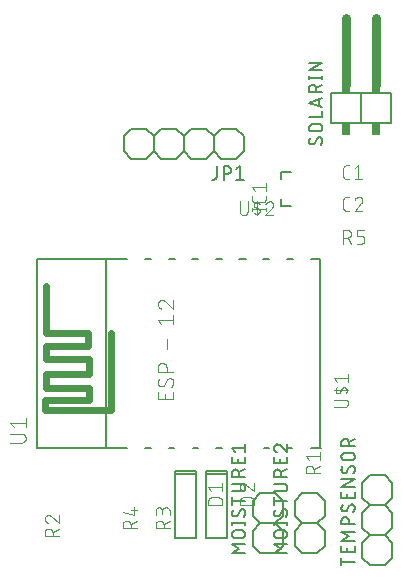
<source format=gbr>
G04 EAGLE Gerber X2 export*
%TF.Part,Single*%
%TF.FileFunction,Legend,Top,1*%
%TF.FilePolarity,Positive*%
%TF.GenerationSoftware,Autodesk,EAGLE,9.1.1*%
%TF.CreationDate,2018-07-26T12:17:36Z*%
G75*
%MOMM*%
%FSLAX34Y34*%
%LPD*%
%AMOC8*
5,1,8,0,0,1.08239X$1,22.5*%
G01*
%ADD10C,0.101600*%
%ADD11C,0.127000*%
%ADD12C,0.152400*%
%ADD13C,0.609600*%
%ADD14C,0.762000*%
%ADD15R,0.762000X0.508000*%
%ADD16R,0.762000X1.016000*%


D10*
X258431Y354838D02*
X255834Y354838D01*
X255735Y354840D01*
X255635Y354846D01*
X255536Y354855D01*
X255438Y354868D01*
X255340Y354885D01*
X255242Y354906D01*
X255146Y354931D01*
X255051Y354959D01*
X254957Y354991D01*
X254864Y355026D01*
X254772Y355065D01*
X254682Y355108D01*
X254594Y355153D01*
X254507Y355203D01*
X254423Y355255D01*
X254340Y355311D01*
X254260Y355369D01*
X254182Y355431D01*
X254107Y355496D01*
X254034Y355564D01*
X253964Y355634D01*
X253896Y355707D01*
X253831Y355782D01*
X253769Y355860D01*
X253711Y355940D01*
X253655Y356023D01*
X253603Y356107D01*
X253553Y356194D01*
X253508Y356282D01*
X253465Y356372D01*
X253426Y356464D01*
X253391Y356557D01*
X253359Y356651D01*
X253331Y356746D01*
X253306Y356842D01*
X253285Y356940D01*
X253268Y357038D01*
X253255Y357136D01*
X253246Y357235D01*
X253240Y357335D01*
X253238Y357434D01*
X253238Y363926D01*
X253240Y364025D01*
X253246Y364125D01*
X253255Y364224D01*
X253268Y364322D01*
X253285Y364420D01*
X253306Y364518D01*
X253331Y364614D01*
X253359Y364709D01*
X253391Y364803D01*
X253426Y364896D01*
X253465Y364988D01*
X253508Y365078D01*
X253553Y365166D01*
X253603Y365253D01*
X253655Y365337D01*
X253711Y365420D01*
X253769Y365500D01*
X253831Y365578D01*
X253896Y365653D01*
X253964Y365726D01*
X254034Y365796D01*
X254107Y365864D01*
X254182Y365929D01*
X254260Y365991D01*
X254340Y366049D01*
X254423Y366105D01*
X254507Y366157D01*
X254594Y366207D01*
X254682Y366252D01*
X254772Y366295D01*
X254864Y366334D01*
X254956Y366369D01*
X255051Y366401D01*
X255146Y366429D01*
X255242Y366454D01*
X255340Y366475D01*
X255438Y366492D01*
X255536Y366505D01*
X255635Y366514D01*
X255735Y366520D01*
X255834Y366522D01*
X258431Y366522D01*
X262796Y363926D02*
X266042Y366522D01*
X266042Y354838D01*
X269287Y354838D02*
X262796Y354838D01*
X258431Y328168D02*
X255834Y328168D01*
X255735Y328170D01*
X255635Y328176D01*
X255536Y328185D01*
X255438Y328198D01*
X255340Y328215D01*
X255242Y328236D01*
X255146Y328261D01*
X255051Y328289D01*
X254957Y328321D01*
X254864Y328356D01*
X254772Y328395D01*
X254682Y328438D01*
X254594Y328483D01*
X254507Y328533D01*
X254423Y328585D01*
X254340Y328641D01*
X254260Y328699D01*
X254182Y328761D01*
X254107Y328826D01*
X254034Y328894D01*
X253964Y328964D01*
X253896Y329037D01*
X253831Y329112D01*
X253769Y329190D01*
X253711Y329270D01*
X253655Y329353D01*
X253603Y329437D01*
X253553Y329524D01*
X253508Y329612D01*
X253465Y329702D01*
X253426Y329794D01*
X253391Y329887D01*
X253359Y329981D01*
X253331Y330076D01*
X253306Y330172D01*
X253285Y330270D01*
X253268Y330368D01*
X253255Y330466D01*
X253246Y330565D01*
X253240Y330665D01*
X253238Y330764D01*
X253238Y337256D01*
X253240Y337355D01*
X253246Y337455D01*
X253255Y337554D01*
X253268Y337652D01*
X253285Y337750D01*
X253306Y337848D01*
X253331Y337944D01*
X253359Y338039D01*
X253391Y338133D01*
X253426Y338226D01*
X253465Y338318D01*
X253508Y338408D01*
X253553Y338496D01*
X253603Y338583D01*
X253655Y338667D01*
X253711Y338750D01*
X253769Y338830D01*
X253831Y338908D01*
X253896Y338983D01*
X253964Y339056D01*
X254034Y339126D01*
X254107Y339194D01*
X254182Y339259D01*
X254260Y339321D01*
X254340Y339379D01*
X254423Y339435D01*
X254507Y339487D01*
X254594Y339537D01*
X254682Y339582D01*
X254772Y339625D01*
X254864Y339664D01*
X254956Y339699D01*
X255051Y339731D01*
X255146Y339759D01*
X255242Y339784D01*
X255340Y339805D01*
X255438Y339822D01*
X255536Y339835D01*
X255635Y339844D01*
X255735Y339850D01*
X255834Y339852D01*
X258431Y339852D01*
X266366Y339852D02*
X266473Y339850D01*
X266579Y339844D01*
X266685Y339834D01*
X266791Y339821D01*
X266897Y339803D01*
X267001Y339782D01*
X267105Y339757D01*
X267208Y339728D01*
X267309Y339696D01*
X267409Y339659D01*
X267508Y339619D01*
X267606Y339576D01*
X267702Y339529D01*
X267796Y339478D01*
X267888Y339424D01*
X267978Y339367D01*
X268066Y339307D01*
X268151Y339243D01*
X268234Y339176D01*
X268315Y339106D01*
X268393Y339034D01*
X268469Y338958D01*
X268541Y338880D01*
X268611Y338799D01*
X268678Y338716D01*
X268742Y338631D01*
X268802Y338543D01*
X268859Y338453D01*
X268913Y338361D01*
X268964Y338267D01*
X269011Y338171D01*
X269054Y338073D01*
X269094Y337974D01*
X269131Y337874D01*
X269163Y337773D01*
X269192Y337670D01*
X269217Y337566D01*
X269238Y337462D01*
X269256Y337356D01*
X269269Y337250D01*
X269279Y337144D01*
X269285Y337038D01*
X269287Y336931D01*
X266366Y339852D02*
X266245Y339850D01*
X266124Y339844D01*
X266004Y339834D01*
X265883Y339821D01*
X265764Y339803D01*
X265644Y339782D01*
X265526Y339757D01*
X265409Y339728D01*
X265292Y339695D01*
X265177Y339659D01*
X265063Y339618D01*
X264950Y339575D01*
X264838Y339527D01*
X264729Y339476D01*
X264621Y339421D01*
X264514Y339363D01*
X264410Y339302D01*
X264308Y339237D01*
X264208Y339169D01*
X264110Y339098D01*
X264014Y339024D01*
X263921Y338947D01*
X263831Y338866D01*
X263743Y338783D01*
X263658Y338697D01*
X263575Y338608D01*
X263496Y338517D01*
X263419Y338423D01*
X263346Y338327D01*
X263276Y338229D01*
X263209Y338128D01*
X263145Y338025D01*
X263085Y337920D01*
X263028Y337813D01*
X262974Y337705D01*
X262924Y337595D01*
X262878Y337483D01*
X262835Y337370D01*
X262796Y337255D01*
X268314Y334659D02*
X268393Y334736D01*
X268469Y334817D01*
X268542Y334900D01*
X268612Y334985D01*
X268679Y335073D01*
X268743Y335163D01*
X268803Y335255D01*
X268860Y335350D01*
X268914Y335446D01*
X268965Y335544D01*
X269012Y335644D01*
X269056Y335746D01*
X269096Y335849D01*
X269132Y335953D01*
X269164Y336059D01*
X269193Y336165D01*
X269218Y336273D01*
X269240Y336381D01*
X269257Y336491D01*
X269271Y336600D01*
X269280Y336710D01*
X269286Y336821D01*
X269288Y336931D01*
X268314Y334659D02*
X262796Y328168D01*
X269287Y328168D01*
X150622Y78980D02*
X138938Y78980D01*
X138938Y82225D01*
X138940Y82338D01*
X138946Y82451D01*
X138956Y82564D01*
X138970Y82677D01*
X138987Y82789D01*
X139009Y82900D01*
X139034Y83010D01*
X139064Y83120D01*
X139097Y83228D01*
X139134Y83335D01*
X139174Y83441D01*
X139219Y83545D01*
X139267Y83648D01*
X139318Y83749D01*
X139373Y83848D01*
X139431Y83945D01*
X139493Y84040D01*
X139558Y84133D01*
X139626Y84223D01*
X139697Y84311D01*
X139772Y84397D01*
X139849Y84480D01*
X139929Y84560D01*
X140012Y84637D01*
X140098Y84712D01*
X140186Y84783D01*
X140276Y84851D01*
X140369Y84916D01*
X140464Y84978D01*
X140561Y85036D01*
X140660Y85091D01*
X140761Y85142D01*
X140864Y85190D01*
X140968Y85235D01*
X141074Y85275D01*
X141181Y85312D01*
X141289Y85345D01*
X141399Y85375D01*
X141509Y85400D01*
X141620Y85422D01*
X141732Y85439D01*
X141845Y85453D01*
X141958Y85463D01*
X142071Y85469D01*
X142184Y85471D01*
X147376Y85471D01*
X147376Y85472D02*
X147489Y85470D01*
X147602Y85464D01*
X147715Y85454D01*
X147828Y85440D01*
X147940Y85423D01*
X148051Y85401D01*
X148161Y85376D01*
X148271Y85346D01*
X148379Y85313D01*
X148486Y85276D01*
X148592Y85236D01*
X148696Y85191D01*
X148799Y85143D01*
X148900Y85092D01*
X148999Y85037D01*
X149096Y84979D01*
X149191Y84917D01*
X149284Y84852D01*
X149374Y84784D01*
X149462Y84713D01*
X149548Y84638D01*
X149631Y84561D01*
X149711Y84481D01*
X149788Y84398D01*
X149863Y84312D01*
X149934Y84224D01*
X150002Y84134D01*
X150067Y84041D01*
X150129Y83946D01*
X150187Y83849D01*
X150242Y83750D01*
X150293Y83649D01*
X150341Y83546D01*
X150386Y83442D01*
X150426Y83336D01*
X150463Y83229D01*
X150496Y83121D01*
X150526Y83011D01*
X150551Y82901D01*
X150573Y82790D01*
X150590Y82678D01*
X150604Y82565D01*
X150614Y82452D01*
X150620Y82339D01*
X150622Y82226D01*
X150622Y82225D02*
X150622Y78980D01*
X141534Y90791D02*
X138938Y94036D01*
X150622Y94036D01*
X150622Y90791D02*
X150622Y97282D01*
D11*
X128270Y105410D02*
X110490Y105410D01*
X110490Y107950D02*
X128270Y107950D01*
X110490Y107950D02*
X110490Y50800D01*
X128270Y50800D01*
X128270Y107950D01*
D10*
X165608Y78980D02*
X177292Y78980D01*
X165608Y78980D02*
X165608Y82225D01*
X165610Y82338D01*
X165616Y82451D01*
X165626Y82564D01*
X165640Y82677D01*
X165657Y82789D01*
X165679Y82900D01*
X165704Y83010D01*
X165734Y83120D01*
X165767Y83228D01*
X165804Y83335D01*
X165844Y83441D01*
X165889Y83545D01*
X165937Y83648D01*
X165988Y83749D01*
X166043Y83848D01*
X166101Y83945D01*
X166163Y84040D01*
X166228Y84133D01*
X166296Y84223D01*
X166367Y84311D01*
X166442Y84397D01*
X166519Y84480D01*
X166599Y84560D01*
X166682Y84637D01*
X166768Y84712D01*
X166856Y84783D01*
X166946Y84851D01*
X167039Y84916D01*
X167134Y84978D01*
X167231Y85036D01*
X167330Y85091D01*
X167431Y85142D01*
X167534Y85190D01*
X167638Y85235D01*
X167744Y85275D01*
X167851Y85312D01*
X167959Y85345D01*
X168069Y85375D01*
X168179Y85400D01*
X168290Y85422D01*
X168402Y85439D01*
X168515Y85453D01*
X168628Y85463D01*
X168741Y85469D01*
X168854Y85471D01*
X174046Y85471D01*
X174046Y85472D02*
X174159Y85470D01*
X174272Y85464D01*
X174385Y85454D01*
X174498Y85440D01*
X174610Y85423D01*
X174721Y85401D01*
X174831Y85376D01*
X174941Y85346D01*
X175049Y85313D01*
X175156Y85276D01*
X175262Y85236D01*
X175366Y85191D01*
X175469Y85143D01*
X175570Y85092D01*
X175669Y85037D01*
X175766Y84979D01*
X175861Y84917D01*
X175954Y84852D01*
X176044Y84784D01*
X176132Y84713D01*
X176218Y84638D01*
X176301Y84561D01*
X176381Y84481D01*
X176458Y84398D01*
X176533Y84312D01*
X176604Y84224D01*
X176672Y84134D01*
X176737Y84041D01*
X176799Y83946D01*
X176857Y83849D01*
X176912Y83750D01*
X176963Y83649D01*
X177011Y83546D01*
X177056Y83442D01*
X177096Y83336D01*
X177133Y83229D01*
X177166Y83121D01*
X177196Y83011D01*
X177221Y82901D01*
X177243Y82790D01*
X177260Y82678D01*
X177274Y82565D01*
X177284Y82452D01*
X177290Y82339D01*
X177292Y82226D01*
X177292Y82225D02*
X177292Y78980D01*
X165608Y94361D02*
X165610Y94468D01*
X165616Y94574D01*
X165626Y94680D01*
X165639Y94786D01*
X165657Y94892D01*
X165678Y94996D01*
X165703Y95100D01*
X165732Y95203D01*
X165764Y95304D01*
X165801Y95404D01*
X165841Y95503D01*
X165884Y95601D01*
X165931Y95697D01*
X165982Y95791D01*
X166036Y95883D01*
X166093Y95973D01*
X166153Y96061D01*
X166217Y96146D01*
X166284Y96229D01*
X166354Y96310D01*
X166426Y96388D01*
X166502Y96464D01*
X166580Y96536D01*
X166661Y96606D01*
X166744Y96673D01*
X166829Y96737D01*
X166917Y96797D01*
X167007Y96854D01*
X167099Y96908D01*
X167193Y96959D01*
X167289Y97006D01*
X167387Y97049D01*
X167486Y97089D01*
X167586Y97126D01*
X167687Y97158D01*
X167790Y97187D01*
X167894Y97212D01*
X167998Y97233D01*
X168104Y97251D01*
X168210Y97264D01*
X168316Y97274D01*
X168422Y97280D01*
X168529Y97282D01*
X165608Y94361D02*
X165610Y94240D01*
X165616Y94119D01*
X165626Y93999D01*
X165639Y93878D01*
X165657Y93759D01*
X165678Y93639D01*
X165703Y93521D01*
X165732Y93404D01*
X165765Y93287D01*
X165801Y93172D01*
X165842Y93058D01*
X165885Y92945D01*
X165933Y92833D01*
X165984Y92724D01*
X166039Y92616D01*
X166097Y92509D01*
X166158Y92405D01*
X166223Y92303D01*
X166291Y92203D01*
X166362Y92105D01*
X166436Y92009D01*
X166513Y91916D01*
X166594Y91826D01*
X166677Y91738D01*
X166763Y91653D01*
X166852Y91570D01*
X166943Y91491D01*
X167037Y91414D01*
X167133Y91341D01*
X167231Y91271D01*
X167332Y91204D01*
X167435Y91140D01*
X167540Y91080D01*
X167647Y91022D01*
X167755Y90969D01*
X167865Y90919D01*
X167977Y90873D01*
X168090Y90830D01*
X168205Y90791D01*
X170801Y96308D02*
X170723Y96387D01*
X170643Y96463D01*
X170560Y96536D01*
X170474Y96606D01*
X170387Y96673D01*
X170296Y96737D01*
X170204Y96797D01*
X170110Y96855D01*
X170013Y96909D01*
X169915Y96959D01*
X169815Y97006D01*
X169714Y97050D01*
X169611Y97090D01*
X169506Y97126D01*
X169401Y97158D01*
X169294Y97187D01*
X169187Y97212D01*
X169078Y97234D01*
X168969Y97251D01*
X168860Y97265D01*
X168750Y97274D01*
X168639Y97280D01*
X168529Y97282D01*
X170801Y96308D02*
X177292Y90791D01*
X177292Y97282D01*
D11*
X154940Y105410D02*
X137160Y105410D01*
X137160Y107950D02*
X154940Y107950D01*
X137160Y107950D02*
X137160Y50800D01*
X154940Y50800D01*
X154940Y107950D01*
D12*
X200406Y332486D02*
X208534Y332486D01*
X200406Y332486D02*
X200406Y338074D01*
X200406Y360934D02*
X208534Y360934D01*
X200406Y360934D02*
X200406Y355346D01*
D10*
X187452Y329466D02*
X175768Y329466D01*
X187452Y328168D02*
X187452Y330764D01*
X175768Y330764D02*
X175768Y328168D01*
X187452Y337928D02*
X187452Y340524D01*
X187452Y337928D02*
X187450Y337829D01*
X187444Y337729D01*
X187435Y337630D01*
X187422Y337532D01*
X187405Y337434D01*
X187384Y337336D01*
X187359Y337240D01*
X187331Y337145D01*
X187299Y337051D01*
X187264Y336958D01*
X187225Y336866D01*
X187182Y336776D01*
X187137Y336688D01*
X187087Y336601D01*
X187035Y336517D01*
X186979Y336434D01*
X186921Y336354D01*
X186859Y336276D01*
X186794Y336201D01*
X186726Y336128D01*
X186656Y336058D01*
X186583Y335990D01*
X186508Y335925D01*
X186430Y335863D01*
X186350Y335805D01*
X186267Y335749D01*
X186183Y335697D01*
X186096Y335647D01*
X186008Y335602D01*
X185918Y335559D01*
X185826Y335520D01*
X185733Y335485D01*
X185639Y335453D01*
X185544Y335425D01*
X185448Y335400D01*
X185350Y335379D01*
X185252Y335362D01*
X185154Y335349D01*
X185055Y335340D01*
X184955Y335334D01*
X184856Y335332D01*
X184856Y335331D02*
X178364Y335331D01*
X178265Y335333D01*
X178165Y335339D01*
X178066Y335348D01*
X177968Y335361D01*
X177870Y335379D01*
X177772Y335399D01*
X177676Y335424D01*
X177580Y335452D01*
X177486Y335484D01*
X177393Y335519D01*
X177302Y335558D01*
X177212Y335601D01*
X177123Y335646D01*
X177037Y335696D01*
X176952Y335748D01*
X176870Y335804D01*
X176790Y335863D01*
X176712Y335924D01*
X176636Y335989D01*
X176563Y336057D01*
X176493Y336127D01*
X176425Y336200D01*
X176360Y336276D01*
X176299Y336354D01*
X176240Y336434D01*
X176184Y336516D01*
X176132Y336601D01*
X176083Y336687D01*
X176037Y336776D01*
X175994Y336866D01*
X175955Y336957D01*
X175920Y337050D01*
X175888Y337144D01*
X175860Y337240D01*
X175835Y337336D01*
X175815Y337434D01*
X175797Y337532D01*
X175784Y337630D01*
X175775Y337729D01*
X175769Y337828D01*
X175767Y337928D01*
X175768Y337928D02*
X175768Y340524D01*
X178364Y344890D02*
X175768Y348135D01*
X187452Y348135D01*
X187452Y344890D02*
X187452Y351381D01*
X221488Y105918D02*
X233172Y105918D01*
X221488Y105918D02*
X221488Y109164D01*
X221490Y109277D01*
X221496Y109390D01*
X221506Y109503D01*
X221520Y109616D01*
X221537Y109728D01*
X221559Y109839D01*
X221584Y109949D01*
X221614Y110059D01*
X221647Y110167D01*
X221684Y110274D01*
X221724Y110380D01*
X221769Y110484D01*
X221817Y110587D01*
X221868Y110688D01*
X221923Y110787D01*
X221981Y110884D01*
X222043Y110979D01*
X222108Y111072D01*
X222176Y111162D01*
X222247Y111250D01*
X222322Y111336D01*
X222399Y111419D01*
X222479Y111499D01*
X222562Y111576D01*
X222648Y111651D01*
X222736Y111722D01*
X222826Y111790D01*
X222919Y111855D01*
X223014Y111917D01*
X223111Y111975D01*
X223210Y112030D01*
X223311Y112081D01*
X223414Y112129D01*
X223518Y112174D01*
X223624Y112214D01*
X223731Y112251D01*
X223839Y112284D01*
X223949Y112314D01*
X224059Y112339D01*
X224170Y112361D01*
X224282Y112378D01*
X224395Y112392D01*
X224508Y112402D01*
X224621Y112408D01*
X224734Y112410D01*
X224847Y112408D01*
X224960Y112402D01*
X225073Y112392D01*
X225186Y112378D01*
X225298Y112361D01*
X225409Y112339D01*
X225519Y112314D01*
X225629Y112284D01*
X225737Y112251D01*
X225844Y112214D01*
X225950Y112174D01*
X226054Y112129D01*
X226157Y112081D01*
X226258Y112030D01*
X226357Y111975D01*
X226454Y111917D01*
X226549Y111855D01*
X226642Y111790D01*
X226732Y111722D01*
X226820Y111651D01*
X226906Y111576D01*
X226989Y111499D01*
X227069Y111419D01*
X227146Y111336D01*
X227221Y111250D01*
X227292Y111162D01*
X227360Y111072D01*
X227425Y110979D01*
X227487Y110884D01*
X227545Y110787D01*
X227600Y110688D01*
X227651Y110587D01*
X227699Y110484D01*
X227744Y110380D01*
X227784Y110274D01*
X227821Y110167D01*
X227854Y110059D01*
X227884Y109949D01*
X227909Y109839D01*
X227931Y109728D01*
X227948Y109616D01*
X227962Y109503D01*
X227972Y109390D01*
X227978Y109277D01*
X227980Y109164D01*
X227979Y109164D02*
X227979Y105918D01*
X227979Y109813D02*
X233172Y112409D01*
X224084Y117274D02*
X221488Y120520D01*
X233172Y120520D01*
X233172Y123765D02*
X233172Y117274D01*
X12192Y52578D02*
X508Y52578D01*
X508Y55824D01*
X510Y55937D01*
X516Y56050D01*
X526Y56163D01*
X540Y56276D01*
X557Y56388D01*
X579Y56499D01*
X604Y56609D01*
X634Y56719D01*
X667Y56827D01*
X704Y56934D01*
X744Y57040D01*
X789Y57144D01*
X837Y57247D01*
X888Y57348D01*
X943Y57447D01*
X1001Y57544D01*
X1063Y57639D01*
X1128Y57732D01*
X1196Y57822D01*
X1267Y57910D01*
X1342Y57996D01*
X1419Y58079D01*
X1499Y58159D01*
X1582Y58236D01*
X1668Y58311D01*
X1756Y58382D01*
X1846Y58450D01*
X1939Y58515D01*
X2034Y58577D01*
X2131Y58635D01*
X2230Y58690D01*
X2331Y58741D01*
X2434Y58789D01*
X2538Y58834D01*
X2644Y58874D01*
X2751Y58911D01*
X2859Y58944D01*
X2969Y58974D01*
X3079Y58999D01*
X3190Y59021D01*
X3302Y59038D01*
X3415Y59052D01*
X3528Y59062D01*
X3641Y59068D01*
X3754Y59070D01*
X3867Y59068D01*
X3980Y59062D01*
X4093Y59052D01*
X4206Y59038D01*
X4318Y59021D01*
X4429Y58999D01*
X4539Y58974D01*
X4649Y58944D01*
X4757Y58911D01*
X4864Y58874D01*
X4970Y58834D01*
X5074Y58789D01*
X5177Y58741D01*
X5278Y58690D01*
X5377Y58635D01*
X5474Y58577D01*
X5569Y58515D01*
X5662Y58450D01*
X5752Y58382D01*
X5840Y58311D01*
X5926Y58236D01*
X6009Y58159D01*
X6089Y58079D01*
X6166Y57996D01*
X6241Y57910D01*
X6312Y57822D01*
X6380Y57732D01*
X6445Y57639D01*
X6507Y57544D01*
X6565Y57447D01*
X6620Y57348D01*
X6671Y57247D01*
X6719Y57144D01*
X6764Y57040D01*
X6804Y56934D01*
X6841Y56827D01*
X6874Y56719D01*
X6904Y56609D01*
X6929Y56499D01*
X6951Y56388D01*
X6968Y56276D01*
X6982Y56163D01*
X6992Y56050D01*
X6998Y55937D01*
X7000Y55824D01*
X6999Y55824D02*
X6999Y52578D01*
X6999Y56473D02*
X12192Y59069D01*
X3429Y70425D02*
X3322Y70423D01*
X3216Y70417D01*
X3110Y70407D01*
X3004Y70394D01*
X2898Y70376D01*
X2794Y70355D01*
X2690Y70330D01*
X2587Y70301D01*
X2486Y70269D01*
X2386Y70232D01*
X2287Y70192D01*
X2189Y70149D01*
X2093Y70102D01*
X1999Y70051D01*
X1907Y69997D01*
X1817Y69940D01*
X1729Y69880D01*
X1644Y69816D01*
X1561Y69749D01*
X1480Y69679D01*
X1402Y69607D01*
X1326Y69531D01*
X1254Y69453D01*
X1184Y69372D01*
X1117Y69289D01*
X1053Y69204D01*
X993Y69116D01*
X936Y69026D01*
X882Y68934D01*
X831Y68840D01*
X784Y68744D01*
X741Y68646D01*
X701Y68547D01*
X664Y68447D01*
X632Y68346D01*
X603Y68243D01*
X578Y68139D01*
X557Y68035D01*
X539Y67929D01*
X526Y67823D01*
X516Y67717D01*
X510Y67611D01*
X508Y67504D01*
X510Y67383D01*
X516Y67262D01*
X526Y67142D01*
X539Y67021D01*
X557Y66902D01*
X578Y66782D01*
X603Y66664D01*
X632Y66547D01*
X665Y66430D01*
X701Y66315D01*
X742Y66201D01*
X785Y66088D01*
X833Y65976D01*
X884Y65867D01*
X939Y65759D01*
X997Y65652D01*
X1058Y65548D01*
X1123Y65446D01*
X1191Y65346D01*
X1262Y65248D01*
X1336Y65152D01*
X1413Y65059D01*
X1494Y64969D01*
X1577Y64881D01*
X1663Y64796D01*
X1752Y64713D01*
X1843Y64634D01*
X1937Y64557D01*
X2033Y64484D01*
X2131Y64414D01*
X2232Y64347D01*
X2335Y64283D01*
X2440Y64223D01*
X2547Y64165D01*
X2655Y64112D01*
X2765Y64062D01*
X2877Y64016D01*
X2990Y63973D01*
X3105Y63934D01*
X5701Y69451D02*
X5623Y69530D01*
X5543Y69606D01*
X5460Y69679D01*
X5374Y69749D01*
X5287Y69816D01*
X5196Y69880D01*
X5104Y69940D01*
X5010Y69998D01*
X4913Y70052D01*
X4815Y70102D01*
X4715Y70149D01*
X4614Y70193D01*
X4511Y70233D01*
X4406Y70269D01*
X4301Y70301D01*
X4194Y70330D01*
X4087Y70355D01*
X3978Y70377D01*
X3869Y70394D01*
X3760Y70408D01*
X3650Y70417D01*
X3539Y70423D01*
X3429Y70425D01*
X5701Y69452D02*
X12192Y63934D01*
X12192Y70425D01*
X94488Y59115D02*
X106172Y59115D01*
X94488Y59115D02*
X94488Y62360D01*
X94490Y62473D01*
X94496Y62586D01*
X94506Y62699D01*
X94520Y62812D01*
X94537Y62924D01*
X94559Y63035D01*
X94584Y63145D01*
X94614Y63255D01*
X94647Y63363D01*
X94684Y63470D01*
X94724Y63576D01*
X94769Y63680D01*
X94817Y63783D01*
X94868Y63884D01*
X94923Y63983D01*
X94981Y64080D01*
X95043Y64175D01*
X95108Y64268D01*
X95176Y64358D01*
X95247Y64446D01*
X95322Y64532D01*
X95399Y64615D01*
X95479Y64695D01*
X95562Y64772D01*
X95648Y64847D01*
X95736Y64918D01*
X95826Y64986D01*
X95919Y65051D01*
X96014Y65113D01*
X96111Y65171D01*
X96210Y65226D01*
X96311Y65277D01*
X96414Y65325D01*
X96518Y65370D01*
X96624Y65410D01*
X96731Y65447D01*
X96839Y65480D01*
X96949Y65510D01*
X97059Y65535D01*
X97170Y65557D01*
X97282Y65574D01*
X97395Y65588D01*
X97508Y65598D01*
X97621Y65604D01*
X97734Y65606D01*
X97847Y65604D01*
X97960Y65598D01*
X98073Y65588D01*
X98186Y65574D01*
X98298Y65557D01*
X98409Y65535D01*
X98519Y65510D01*
X98629Y65480D01*
X98737Y65447D01*
X98844Y65410D01*
X98950Y65370D01*
X99054Y65325D01*
X99157Y65277D01*
X99258Y65226D01*
X99357Y65171D01*
X99454Y65113D01*
X99549Y65051D01*
X99642Y64986D01*
X99732Y64918D01*
X99820Y64847D01*
X99906Y64772D01*
X99989Y64695D01*
X100069Y64615D01*
X100146Y64532D01*
X100221Y64446D01*
X100292Y64358D01*
X100360Y64268D01*
X100425Y64175D01*
X100487Y64080D01*
X100545Y63983D01*
X100600Y63884D01*
X100651Y63783D01*
X100699Y63680D01*
X100744Y63576D01*
X100784Y63470D01*
X100821Y63363D01*
X100854Y63255D01*
X100884Y63145D01*
X100909Y63035D01*
X100931Y62924D01*
X100948Y62812D01*
X100962Y62699D01*
X100972Y62586D01*
X100978Y62473D01*
X100980Y62360D01*
X100979Y62360D02*
X100979Y59115D01*
X100979Y63009D02*
X106172Y65606D01*
X106172Y70471D02*
X106172Y73716D01*
X106170Y73829D01*
X106164Y73942D01*
X106154Y74055D01*
X106140Y74168D01*
X106123Y74280D01*
X106101Y74391D01*
X106076Y74501D01*
X106046Y74611D01*
X106013Y74719D01*
X105976Y74826D01*
X105936Y74932D01*
X105891Y75036D01*
X105843Y75139D01*
X105792Y75240D01*
X105737Y75339D01*
X105679Y75436D01*
X105617Y75531D01*
X105552Y75624D01*
X105484Y75714D01*
X105413Y75802D01*
X105338Y75888D01*
X105261Y75971D01*
X105181Y76051D01*
X105098Y76128D01*
X105012Y76203D01*
X104924Y76274D01*
X104834Y76342D01*
X104741Y76407D01*
X104646Y76469D01*
X104549Y76527D01*
X104450Y76582D01*
X104349Y76633D01*
X104246Y76681D01*
X104142Y76726D01*
X104036Y76766D01*
X103929Y76803D01*
X103821Y76836D01*
X103711Y76866D01*
X103601Y76891D01*
X103490Y76913D01*
X103378Y76930D01*
X103265Y76944D01*
X103152Y76954D01*
X103039Y76960D01*
X102926Y76962D01*
X102813Y76960D01*
X102700Y76954D01*
X102587Y76944D01*
X102474Y76930D01*
X102362Y76913D01*
X102251Y76891D01*
X102141Y76866D01*
X102031Y76836D01*
X101923Y76803D01*
X101816Y76766D01*
X101710Y76726D01*
X101606Y76681D01*
X101503Y76633D01*
X101402Y76582D01*
X101303Y76527D01*
X101206Y76469D01*
X101111Y76407D01*
X101018Y76342D01*
X100928Y76274D01*
X100840Y76203D01*
X100754Y76128D01*
X100671Y76051D01*
X100591Y75971D01*
X100514Y75888D01*
X100439Y75802D01*
X100368Y75714D01*
X100300Y75624D01*
X100235Y75531D01*
X100173Y75436D01*
X100115Y75339D01*
X100060Y75240D01*
X100009Y75139D01*
X99961Y75036D01*
X99916Y74932D01*
X99876Y74826D01*
X99839Y74719D01*
X99806Y74611D01*
X99776Y74501D01*
X99751Y74391D01*
X99729Y74280D01*
X99712Y74168D01*
X99698Y74055D01*
X99688Y73942D01*
X99682Y73829D01*
X99680Y73716D01*
X94488Y74366D02*
X94488Y70471D01*
X94488Y74366D02*
X94490Y74467D01*
X94496Y74567D01*
X94506Y74667D01*
X94519Y74767D01*
X94537Y74866D01*
X94558Y74965D01*
X94583Y75062D01*
X94612Y75159D01*
X94645Y75254D01*
X94681Y75348D01*
X94721Y75440D01*
X94764Y75531D01*
X94811Y75620D01*
X94861Y75707D01*
X94915Y75793D01*
X94972Y75876D01*
X95032Y75956D01*
X95095Y76035D01*
X95162Y76111D01*
X95231Y76184D01*
X95303Y76254D01*
X95377Y76322D01*
X95454Y76387D01*
X95534Y76448D01*
X95616Y76507D01*
X95700Y76562D01*
X95786Y76614D01*
X95874Y76663D01*
X95964Y76708D01*
X96056Y76750D01*
X96149Y76788D01*
X96244Y76822D01*
X96339Y76853D01*
X96436Y76880D01*
X96534Y76903D01*
X96633Y76923D01*
X96733Y76938D01*
X96833Y76950D01*
X96933Y76958D01*
X97034Y76962D01*
X97134Y76962D01*
X97235Y76958D01*
X97335Y76950D01*
X97435Y76938D01*
X97535Y76923D01*
X97634Y76903D01*
X97732Y76880D01*
X97829Y76853D01*
X97924Y76822D01*
X98019Y76788D01*
X98112Y76750D01*
X98204Y76708D01*
X98294Y76663D01*
X98382Y76614D01*
X98468Y76562D01*
X98552Y76507D01*
X98634Y76448D01*
X98714Y76387D01*
X98791Y76322D01*
X98865Y76254D01*
X98937Y76184D01*
X99006Y76111D01*
X99073Y76035D01*
X99136Y75956D01*
X99196Y75876D01*
X99253Y75793D01*
X99307Y75707D01*
X99357Y75620D01*
X99404Y75531D01*
X99447Y75440D01*
X99487Y75348D01*
X99523Y75254D01*
X99556Y75159D01*
X99585Y75062D01*
X99610Y74965D01*
X99631Y74866D01*
X99649Y74767D01*
X99662Y74667D01*
X99672Y74567D01*
X99678Y74467D01*
X99680Y74366D01*
X99681Y74366D02*
X99681Y71769D01*
X78232Y59115D02*
X66548Y59115D01*
X66548Y62360D01*
X66550Y62473D01*
X66556Y62586D01*
X66566Y62699D01*
X66580Y62812D01*
X66597Y62924D01*
X66619Y63035D01*
X66644Y63145D01*
X66674Y63255D01*
X66707Y63363D01*
X66744Y63470D01*
X66784Y63576D01*
X66829Y63680D01*
X66877Y63783D01*
X66928Y63884D01*
X66983Y63983D01*
X67041Y64080D01*
X67103Y64175D01*
X67168Y64268D01*
X67236Y64358D01*
X67307Y64446D01*
X67382Y64532D01*
X67459Y64615D01*
X67539Y64695D01*
X67622Y64772D01*
X67708Y64847D01*
X67796Y64918D01*
X67886Y64986D01*
X67979Y65051D01*
X68074Y65113D01*
X68171Y65171D01*
X68270Y65226D01*
X68371Y65277D01*
X68474Y65325D01*
X68578Y65370D01*
X68684Y65410D01*
X68791Y65447D01*
X68899Y65480D01*
X69009Y65510D01*
X69119Y65535D01*
X69230Y65557D01*
X69342Y65574D01*
X69455Y65588D01*
X69568Y65598D01*
X69681Y65604D01*
X69794Y65606D01*
X69907Y65604D01*
X70020Y65598D01*
X70133Y65588D01*
X70246Y65574D01*
X70358Y65557D01*
X70469Y65535D01*
X70579Y65510D01*
X70689Y65480D01*
X70797Y65447D01*
X70904Y65410D01*
X71010Y65370D01*
X71114Y65325D01*
X71217Y65277D01*
X71318Y65226D01*
X71417Y65171D01*
X71514Y65113D01*
X71609Y65051D01*
X71702Y64986D01*
X71792Y64918D01*
X71880Y64847D01*
X71966Y64772D01*
X72049Y64695D01*
X72129Y64615D01*
X72206Y64532D01*
X72281Y64446D01*
X72352Y64358D01*
X72420Y64268D01*
X72485Y64175D01*
X72547Y64080D01*
X72605Y63983D01*
X72660Y63884D01*
X72711Y63783D01*
X72759Y63680D01*
X72804Y63576D01*
X72844Y63470D01*
X72881Y63363D01*
X72914Y63255D01*
X72944Y63145D01*
X72969Y63035D01*
X72991Y62924D01*
X73008Y62812D01*
X73022Y62699D01*
X73032Y62586D01*
X73038Y62473D01*
X73040Y62360D01*
X73039Y62360D02*
X73039Y59115D01*
X73039Y63009D02*
X78232Y65606D01*
X75636Y70471D02*
X66548Y73067D01*
X75636Y70471D02*
X75636Y76962D01*
X73039Y75015D02*
X78232Y75015D01*
X253238Y300228D02*
X253238Y311912D01*
X256484Y311912D01*
X256597Y311910D01*
X256710Y311904D01*
X256823Y311894D01*
X256936Y311880D01*
X257048Y311863D01*
X257159Y311841D01*
X257269Y311816D01*
X257379Y311786D01*
X257487Y311753D01*
X257594Y311716D01*
X257700Y311676D01*
X257804Y311631D01*
X257907Y311583D01*
X258008Y311532D01*
X258107Y311477D01*
X258204Y311419D01*
X258299Y311357D01*
X258392Y311292D01*
X258482Y311224D01*
X258570Y311153D01*
X258656Y311078D01*
X258739Y311001D01*
X258819Y310921D01*
X258896Y310838D01*
X258971Y310752D01*
X259042Y310664D01*
X259110Y310574D01*
X259175Y310481D01*
X259237Y310386D01*
X259295Y310289D01*
X259350Y310190D01*
X259401Y310089D01*
X259449Y309986D01*
X259494Y309882D01*
X259534Y309776D01*
X259571Y309669D01*
X259604Y309561D01*
X259634Y309451D01*
X259659Y309341D01*
X259681Y309230D01*
X259698Y309118D01*
X259712Y309005D01*
X259722Y308892D01*
X259728Y308779D01*
X259730Y308666D01*
X259728Y308553D01*
X259722Y308440D01*
X259712Y308327D01*
X259698Y308214D01*
X259681Y308102D01*
X259659Y307991D01*
X259634Y307881D01*
X259604Y307771D01*
X259571Y307663D01*
X259534Y307556D01*
X259494Y307450D01*
X259449Y307346D01*
X259401Y307243D01*
X259350Y307142D01*
X259295Y307043D01*
X259237Y306946D01*
X259175Y306851D01*
X259110Y306758D01*
X259042Y306668D01*
X258971Y306580D01*
X258896Y306494D01*
X258819Y306411D01*
X258739Y306331D01*
X258656Y306254D01*
X258570Y306179D01*
X258482Y306108D01*
X258392Y306040D01*
X258299Y305975D01*
X258204Y305913D01*
X258107Y305855D01*
X258008Y305800D01*
X257907Y305749D01*
X257804Y305701D01*
X257700Y305656D01*
X257594Y305616D01*
X257487Y305579D01*
X257379Y305546D01*
X257269Y305516D01*
X257159Y305491D01*
X257048Y305469D01*
X256936Y305452D01*
X256823Y305438D01*
X256710Y305428D01*
X256597Y305422D01*
X256484Y305420D01*
X256484Y305421D02*
X253238Y305421D01*
X257133Y305421D02*
X259729Y300228D01*
X264594Y300228D02*
X268489Y300228D01*
X268588Y300230D01*
X268688Y300236D01*
X268787Y300245D01*
X268885Y300258D01*
X268983Y300275D01*
X269081Y300296D01*
X269177Y300321D01*
X269272Y300349D01*
X269366Y300381D01*
X269459Y300416D01*
X269551Y300455D01*
X269641Y300498D01*
X269729Y300543D01*
X269816Y300593D01*
X269900Y300645D01*
X269983Y300701D01*
X270063Y300759D01*
X270141Y300821D01*
X270216Y300886D01*
X270289Y300954D01*
X270359Y301024D01*
X270427Y301097D01*
X270492Y301172D01*
X270554Y301250D01*
X270612Y301330D01*
X270668Y301413D01*
X270720Y301497D01*
X270770Y301584D01*
X270815Y301672D01*
X270858Y301762D01*
X270897Y301854D01*
X270932Y301947D01*
X270964Y302041D01*
X270992Y302136D01*
X271017Y302232D01*
X271038Y302330D01*
X271055Y302428D01*
X271068Y302526D01*
X271077Y302625D01*
X271083Y302725D01*
X271085Y302824D01*
X271085Y304123D01*
X271083Y304222D01*
X271077Y304322D01*
X271068Y304421D01*
X271055Y304519D01*
X271038Y304617D01*
X271017Y304715D01*
X270992Y304811D01*
X270964Y304906D01*
X270932Y305000D01*
X270897Y305093D01*
X270858Y305185D01*
X270815Y305275D01*
X270770Y305363D01*
X270720Y305450D01*
X270668Y305534D01*
X270612Y305617D01*
X270554Y305697D01*
X270492Y305775D01*
X270427Y305850D01*
X270359Y305923D01*
X270289Y305993D01*
X270216Y306061D01*
X270141Y306126D01*
X270063Y306188D01*
X269983Y306246D01*
X269900Y306302D01*
X269816Y306354D01*
X269729Y306404D01*
X269641Y306449D01*
X269551Y306492D01*
X269459Y306531D01*
X269366Y306566D01*
X269272Y306598D01*
X269177Y306626D01*
X269081Y306651D01*
X268983Y306672D01*
X268885Y306689D01*
X268787Y306702D01*
X268688Y306711D01*
X268588Y306717D01*
X268489Y306719D01*
X264594Y306719D01*
X264594Y311912D01*
X271085Y311912D01*
X254056Y161798D02*
X245618Y161798D01*
X254056Y161798D02*
X254169Y161800D01*
X254282Y161806D01*
X254395Y161816D01*
X254508Y161830D01*
X254620Y161847D01*
X254731Y161869D01*
X254841Y161894D01*
X254951Y161924D01*
X255059Y161957D01*
X255166Y161994D01*
X255272Y162034D01*
X255376Y162079D01*
X255479Y162127D01*
X255580Y162178D01*
X255679Y162233D01*
X255776Y162291D01*
X255871Y162353D01*
X255964Y162418D01*
X256054Y162486D01*
X256142Y162557D01*
X256228Y162632D01*
X256311Y162709D01*
X256391Y162789D01*
X256468Y162872D01*
X256543Y162958D01*
X256614Y163046D01*
X256682Y163136D01*
X256747Y163229D01*
X256809Y163324D01*
X256867Y163421D01*
X256922Y163520D01*
X256973Y163621D01*
X257021Y163724D01*
X257066Y163828D01*
X257106Y163934D01*
X257143Y164041D01*
X257176Y164149D01*
X257206Y164259D01*
X257231Y164369D01*
X257253Y164480D01*
X257270Y164592D01*
X257284Y164705D01*
X257294Y164818D01*
X257300Y164931D01*
X257302Y165044D01*
X257300Y165157D01*
X257294Y165270D01*
X257284Y165383D01*
X257270Y165496D01*
X257253Y165608D01*
X257231Y165719D01*
X257206Y165829D01*
X257176Y165939D01*
X257143Y166047D01*
X257106Y166154D01*
X257066Y166260D01*
X257021Y166364D01*
X256973Y166467D01*
X256922Y166568D01*
X256867Y166667D01*
X256809Y166764D01*
X256747Y166859D01*
X256682Y166952D01*
X256614Y167042D01*
X256543Y167130D01*
X256468Y167216D01*
X256391Y167299D01*
X256311Y167379D01*
X256228Y167456D01*
X256142Y167531D01*
X256054Y167602D01*
X255964Y167670D01*
X255871Y167735D01*
X255776Y167797D01*
X255679Y167855D01*
X255580Y167910D01*
X255479Y167961D01*
X255376Y168009D01*
X255272Y168054D01*
X255166Y168094D01*
X255059Y168131D01*
X254951Y168164D01*
X254841Y168194D01*
X254731Y168219D01*
X254620Y168241D01*
X254508Y168258D01*
X254395Y168272D01*
X254282Y168282D01*
X254169Y168288D01*
X254056Y168290D01*
X254056Y168289D02*
X245618Y168289D01*
X245618Y176093D02*
X257302Y176093D01*
X251460Y176093D02*
X250486Y174470D01*
X250487Y174469D02*
X250440Y174396D01*
X250391Y174325D01*
X250338Y174256D01*
X250282Y174189D01*
X250223Y174125D01*
X250162Y174063D01*
X250098Y174005D01*
X250031Y173949D01*
X249962Y173897D01*
X249890Y173847D01*
X249816Y173801D01*
X249741Y173758D01*
X249663Y173719D01*
X249584Y173683D01*
X249503Y173651D01*
X249421Y173622D01*
X249338Y173597D01*
X249254Y173576D01*
X249169Y173559D01*
X249083Y173545D01*
X248997Y173536D01*
X248910Y173530D01*
X248823Y173528D01*
X248736Y173530D01*
X248649Y173536D01*
X248563Y173546D01*
X248477Y173559D01*
X248392Y173577D01*
X248308Y173598D01*
X248225Y173623D01*
X248142Y173652D01*
X248062Y173684D01*
X247983Y173720D01*
X247905Y173759D01*
X247830Y173802D01*
X247756Y173849D01*
X247685Y173898D01*
X247615Y173951D01*
X247549Y174006D01*
X247485Y174065D01*
X247423Y174126D01*
X247364Y174190D01*
X247309Y174257D01*
X247256Y174326D01*
X247206Y174398D01*
X247160Y174471D01*
X247117Y174547D01*
X247078Y174624D01*
X247042Y174703D01*
X247009Y174784D01*
X246981Y174866D01*
X246955Y174949D01*
X246934Y175033D01*
X246917Y175118D01*
X246916Y175119D02*
X246892Y175259D01*
X246872Y175401D01*
X246856Y175542D01*
X246845Y175684D01*
X246837Y175827D01*
X246833Y175969D01*
X246832Y176112D01*
X246836Y176255D01*
X246844Y176397D01*
X246856Y176539D01*
X246872Y176681D01*
X246891Y176822D01*
X246915Y176963D01*
X246942Y177103D01*
X246974Y177242D01*
X247009Y177380D01*
X247048Y177518D01*
X247091Y177654D01*
X247137Y177788D01*
X247188Y177922D01*
X247241Y178054D01*
X247299Y178184D01*
X247360Y178313D01*
X247425Y178440D01*
X247493Y178566D01*
X247565Y178689D01*
X251460Y176093D02*
X252434Y177715D01*
X252433Y177716D02*
X252480Y177789D01*
X252529Y177860D01*
X252582Y177930D01*
X252638Y177996D01*
X252697Y178060D01*
X252758Y178122D01*
X252822Y178180D01*
X252889Y178236D01*
X252958Y178288D01*
X253030Y178338D01*
X253104Y178384D01*
X253179Y178427D01*
X253257Y178466D01*
X253336Y178502D01*
X253417Y178534D01*
X253499Y178563D01*
X253582Y178588D01*
X253666Y178609D01*
X253751Y178626D01*
X253837Y178640D01*
X253924Y178649D01*
X254010Y178655D01*
X254097Y178657D01*
X254184Y178655D01*
X254271Y178649D01*
X254357Y178639D01*
X254443Y178626D01*
X254528Y178608D01*
X254612Y178587D01*
X254695Y178562D01*
X254778Y178533D01*
X254858Y178501D01*
X254937Y178465D01*
X255015Y178426D01*
X255090Y178383D01*
X255164Y178336D01*
X255235Y178287D01*
X255305Y178234D01*
X255371Y178179D01*
X255435Y178120D01*
X255497Y178059D01*
X255556Y177994D01*
X255611Y177928D01*
X255664Y177859D01*
X255714Y177787D01*
X255760Y177714D01*
X255803Y177638D01*
X255842Y177561D01*
X255878Y177482D01*
X255911Y177401D01*
X255939Y177319D01*
X255965Y177236D01*
X255986Y177152D01*
X256003Y177066D01*
X256004Y177066D02*
X256028Y176926D01*
X256048Y176784D01*
X256064Y176643D01*
X256075Y176501D01*
X256083Y176358D01*
X256087Y176216D01*
X256088Y176073D01*
X256084Y175930D01*
X256076Y175788D01*
X256064Y175646D01*
X256048Y175504D01*
X256029Y175363D01*
X256005Y175222D01*
X255978Y175082D01*
X255946Y174943D01*
X255911Y174805D01*
X255872Y174667D01*
X255829Y174531D01*
X255783Y174397D01*
X255732Y174263D01*
X255679Y174131D01*
X255621Y174001D01*
X255560Y173872D01*
X255495Y173745D01*
X255427Y173619D01*
X255355Y173496D01*
X248214Y183515D02*
X245618Y186761D01*
X257302Y186761D01*
X257302Y190006D02*
X257302Y183515D01*
X165608Y327604D02*
X165608Y336042D01*
X165608Y327604D02*
X165610Y327491D01*
X165616Y327378D01*
X165626Y327265D01*
X165640Y327152D01*
X165657Y327040D01*
X165679Y326929D01*
X165704Y326819D01*
X165734Y326709D01*
X165767Y326601D01*
X165804Y326494D01*
X165844Y326388D01*
X165889Y326284D01*
X165937Y326181D01*
X165988Y326080D01*
X166043Y325981D01*
X166101Y325884D01*
X166163Y325789D01*
X166228Y325696D01*
X166296Y325606D01*
X166367Y325518D01*
X166442Y325432D01*
X166519Y325349D01*
X166599Y325269D01*
X166682Y325192D01*
X166768Y325117D01*
X166856Y325046D01*
X166946Y324978D01*
X167039Y324913D01*
X167134Y324851D01*
X167231Y324793D01*
X167330Y324738D01*
X167431Y324687D01*
X167534Y324639D01*
X167638Y324594D01*
X167744Y324554D01*
X167851Y324517D01*
X167959Y324484D01*
X168069Y324454D01*
X168179Y324429D01*
X168290Y324407D01*
X168402Y324390D01*
X168515Y324376D01*
X168628Y324366D01*
X168741Y324360D01*
X168854Y324358D01*
X168967Y324360D01*
X169080Y324366D01*
X169193Y324376D01*
X169306Y324390D01*
X169418Y324407D01*
X169529Y324429D01*
X169639Y324454D01*
X169749Y324484D01*
X169857Y324517D01*
X169964Y324554D01*
X170070Y324594D01*
X170174Y324639D01*
X170277Y324687D01*
X170378Y324738D01*
X170477Y324793D01*
X170574Y324851D01*
X170669Y324913D01*
X170762Y324978D01*
X170852Y325046D01*
X170940Y325117D01*
X171026Y325192D01*
X171109Y325269D01*
X171189Y325349D01*
X171266Y325432D01*
X171341Y325518D01*
X171412Y325606D01*
X171480Y325696D01*
X171545Y325789D01*
X171607Y325884D01*
X171665Y325981D01*
X171720Y326080D01*
X171771Y326181D01*
X171819Y326284D01*
X171864Y326388D01*
X171904Y326494D01*
X171941Y326601D01*
X171974Y326709D01*
X172004Y326819D01*
X172029Y326929D01*
X172051Y327040D01*
X172068Y327152D01*
X172082Y327265D01*
X172092Y327378D01*
X172098Y327491D01*
X172100Y327604D01*
X172099Y327604D02*
X172099Y336042D01*
X179903Y336042D02*
X179903Y324358D01*
X179903Y330200D02*
X178280Y331174D01*
X178279Y331173D02*
X178206Y331220D01*
X178135Y331269D01*
X178065Y331322D01*
X177999Y331378D01*
X177935Y331437D01*
X177873Y331498D01*
X177815Y331562D01*
X177759Y331629D01*
X177707Y331698D01*
X177657Y331770D01*
X177611Y331844D01*
X177568Y331919D01*
X177529Y331997D01*
X177493Y332076D01*
X177461Y332157D01*
X177432Y332239D01*
X177407Y332322D01*
X177386Y332406D01*
X177369Y332491D01*
X177355Y332577D01*
X177346Y332663D01*
X177340Y332750D01*
X177338Y332837D01*
X177340Y332924D01*
X177346Y333011D01*
X177356Y333097D01*
X177369Y333183D01*
X177387Y333268D01*
X177408Y333352D01*
X177433Y333435D01*
X177462Y333518D01*
X177494Y333598D01*
X177530Y333677D01*
X177569Y333755D01*
X177612Y333830D01*
X177659Y333904D01*
X177708Y333975D01*
X177761Y334045D01*
X177816Y334111D01*
X177875Y334175D01*
X177936Y334237D01*
X178001Y334296D01*
X178067Y334351D01*
X178136Y334404D01*
X178208Y334454D01*
X178281Y334500D01*
X178357Y334543D01*
X178434Y334582D01*
X178513Y334618D01*
X178594Y334651D01*
X178676Y334679D01*
X178759Y334705D01*
X178843Y334726D01*
X178929Y334743D01*
X178929Y334744D02*
X179069Y334768D01*
X179211Y334788D01*
X179352Y334804D01*
X179494Y334815D01*
X179637Y334823D01*
X179779Y334827D01*
X179922Y334828D01*
X180065Y334824D01*
X180207Y334816D01*
X180349Y334804D01*
X180491Y334788D01*
X180632Y334769D01*
X180773Y334745D01*
X180913Y334718D01*
X181052Y334686D01*
X181190Y334651D01*
X181328Y334612D01*
X181464Y334569D01*
X181598Y334523D01*
X181732Y334472D01*
X181864Y334419D01*
X181994Y334361D01*
X182123Y334300D01*
X182250Y334235D01*
X182376Y334167D01*
X182499Y334095D01*
X179903Y330200D02*
X181525Y329226D01*
X181526Y329227D02*
X181599Y329180D01*
X181670Y329131D01*
X181740Y329078D01*
X181806Y329022D01*
X181870Y328963D01*
X181932Y328902D01*
X181990Y328838D01*
X182046Y328771D01*
X182098Y328702D01*
X182148Y328630D01*
X182194Y328556D01*
X182237Y328481D01*
X182276Y328403D01*
X182312Y328324D01*
X182344Y328243D01*
X182373Y328161D01*
X182398Y328078D01*
X182419Y327994D01*
X182436Y327909D01*
X182450Y327823D01*
X182459Y327737D01*
X182465Y327650D01*
X182467Y327563D01*
X182465Y327476D01*
X182459Y327389D01*
X182449Y327303D01*
X182436Y327217D01*
X182418Y327132D01*
X182397Y327048D01*
X182372Y326965D01*
X182343Y326882D01*
X182311Y326802D01*
X182275Y326723D01*
X182236Y326645D01*
X182193Y326570D01*
X182146Y326496D01*
X182097Y326425D01*
X182044Y326355D01*
X181989Y326289D01*
X181930Y326225D01*
X181869Y326163D01*
X181804Y326104D01*
X181738Y326049D01*
X181669Y325996D01*
X181597Y325946D01*
X181524Y325900D01*
X181448Y325857D01*
X181371Y325818D01*
X181292Y325782D01*
X181211Y325749D01*
X181129Y325721D01*
X181046Y325695D01*
X180962Y325674D01*
X180877Y325657D01*
X180876Y325656D02*
X180736Y325632D01*
X180594Y325612D01*
X180453Y325596D01*
X180311Y325585D01*
X180168Y325577D01*
X180026Y325573D01*
X179883Y325572D01*
X179740Y325576D01*
X179598Y325584D01*
X179456Y325596D01*
X179314Y325612D01*
X179173Y325631D01*
X179032Y325655D01*
X178892Y325682D01*
X178753Y325714D01*
X178615Y325749D01*
X178477Y325788D01*
X178341Y325831D01*
X178207Y325877D01*
X178073Y325928D01*
X177941Y325981D01*
X177811Y326039D01*
X177682Y326100D01*
X177555Y326165D01*
X177429Y326233D01*
X177306Y326305D01*
X190895Y336042D02*
X191002Y336040D01*
X191108Y336034D01*
X191214Y336024D01*
X191320Y336011D01*
X191426Y335993D01*
X191530Y335972D01*
X191634Y335947D01*
X191737Y335918D01*
X191838Y335886D01*
X191938Y335849D01*
X192037Y335809D01*
X192135Y335766D01*
X192231Y335719D01*
X192325Y335668D01*
X192417Y335614D01*
X192507Y335557D01*
X192595Y335497D01*
X192680Y335433D01*
X192763Y335366D01*
X192844Y335296D01*
X192922Y335224D01*
X192998Y335148D01*
X193070Y335070D01*
X193140Y334989D01*
X193207Y334906D01*
X193271Y334821D01*
X193331Y334733D01*
X193388Y334643D01*
X193442Y334551D01*
X193493Y334457D01*
X193540Y334361D01*
X193583Y334263D01*
X193623Y334164D01*
X193660Y334064D01*
X193692Y333963D01*
X193721Y333860D01*
X193746Y333756D01*
X193767Y333652D01*
X193785Y333546D01*
X193798Y333440D01*
X193808Y333334D01*
X193814Y333228D01*
X193816Y333121D01*
X190895Y336042D02*
X190774Y336040D01*
X190653Y336034D01*
X190533Y336024D01*
X190412Y336011D01*
X190293Y335993D01*
X190173Y335972D01*
X190055Y335947D01*
X189938Y335918D01*
X189821Y335885D01*
X189706Y335849D01*
X189592Y335808D01*
X189479Y335765D01*
X189367Y335717D01*
X189258Y335666D01*
X189150Y335611D01*
X189043Y335553D01*
X188939Y335492D01*
X188837Y335427D01*
X188737Y335359D01*
X188639Y335288D01*
X188543Y335214D01*
X188450Y335137D01*
X188360Y335056D01*
X188272Y334973D01*
X188187Y334887D01*
X188104Y334798D01*
X188025Y334707D01*
X187948Y334613D01*
X187875Y334517D01*
X187805Y334419D01*
X187738Y334318D01*
X187674Y334215D01*
X187614Y334110D01*
X187557Y334003D01*
X187503Y333895D01*
X187453Y333785D01*
X187407Y333673D01*
X187364Y333560D01*
X187325Y333445D01*
X192843Y330849D02*
X192922Y330926D01*
X192998Y331007D01*
X193071Y331090D01*
X193141Y331175D01*
X193208Y331263D01*
X193272Y331353D01*
X193332Y331445D01*
X193389Y331540D01*
X193443Y331636D01*
X193494Y331734D01*
X193541Y331834D01*
X193585Y331936D01*
X193625Y332039D01*
X193661Y332143D01*
X193693Y332249D01*
X193722Y332355D01*
X193747Y332463D01*
X193769Y332571D01*
X193786Y332681D01*
X193800Y332790D01*
X193809Y332900D01*
X193815Y333011D01*
X193817Y333121D01*
X192842Y330849D02*
X187325Y324358D01*
X193816Y324358D01*
D11*
X51890Y287280D02*
X-6110Y287280D01*
X233890Y287280D02*
X233890Y127280D01*
X51890Y127280D02*
X-6110Y127280D01*
X-6110Y287280D01*
X51890Y287280D02*
X51890Y127280D01*
D13*
X49890Y159280D02*
X890Y159280D01*
X890Y168280D01*
X37890Y168280D01*
X37890Y178280D01*
X1890Y178280D01*
X1890Y190280D01*
X37890Y190280D01*
X37890Y202280D01*
X1890Y202280D01*
X1890Y213280D01*
X36890Y213280D01*
X36890Y224280D01*
X1890Y224280D01*
X1890Y264280D01*
X50890Y159280D02*
X56890Y159280D01*
X56890Y224280D01*
D10*
X109382Y174658D02*
X109382Y168788D01*
X96174Y168788D01*
X96174Y174658D01*
X102044Y173191D02*
X102044Y168788D01*
X109382Y183408D02*
X109380Y183515D01*
X109374Y183622D01*
X109364Y183729D01*
X109351Y183835D01*
X109333Y183941D01*
X109312Y184046D01*
X109287Y184150D01*
X109258Y184254D01*
X109225Y184356D01*
X109188Y184456D01*
X109148Y184556D01*
X109104Y184654D01*
X109057Y184750D01*
X109006Y184844D01*
X108952Y184937D01*
X108895Y185027D01*
X108834Y185116D01*
X108770Y185202D01*
X108703Y185285D01*
X108633Y185367D01*
X108560Y185445D01*
X108484Y185521D01*
X108406Y185594D01*
X108324Y185664D01*
X108241Y185731D01*
X108155Y185795D01*
X108066Y185856D01*
X107976Y185913D01*
X107883Y185967D01*
X107789Y186018D01*
X107693Y186065D01*
X107595Y186109D01*
X107495Y186149D01*
X107395Y186186D01*
X107293Y186219D01*
X107189Y186248D01*
X107085Y186273D01*
X106980Y186294D01*
X106874Y186312D01*
X106768Y186325D01*
X106661Y186335D01*
X106554Y186341D01*
X106447Y186343D01*
X109382Y183408D02*
X109380Y183255D01*
X109374Y183102D01*
X109365Y182949D01*
X109352Y182797D01*
X109335Y182645D01*
X109314Y182493D01*
X109290Y182342D01*
X109262Y182192D01*
X109230Y182042D01*
X109194Y181894D01*
X109155Y181746D01*
X109112Y181599D01*
X109066Y181453D01*
X109016Y181309D01*
X108962Y181165D01*
X108905Y181023D01*
X108845Y180883D01*
X108780Y180744D01*
X108713Y180607D01*
X108642Y180471D01*
X108568Y180337D01*
X108491Y180205D01*
X108410Y180075D01*
X108326Y179947D01*
X108239Y179821D01*
X108149Y179698D01*
X108056Y179576D01*
X107960Y179457D01*
X107861Y179341D01*
X107760Y179226D01*
X107655Y179115D01*
X107548Y179006D01*
X99109Y179372D02*
X99002Y179374D01*
X98895Y179380D01*
X98788Y179390D01*
X98682Y179403D01*
X98576Y179421D01*
X98471Y179442D01*
X98367Y179467D01*
X98263Y179496D01*
X98161Y179529D01*
X98061Y179566D01*
X97961Y179606D01*
X97863Y179650D01*
X97767Y179697D01*
X97673Y179748D01*
X97580Y179802D01*
X97490Y179859D01*
X97401Y179920D01*
X97315Y179984D01*
X97232Y180051D01*
X97150Y180121D01*
X97072Y180194D01*
X96996Y180270D01*
X96923Y180348D01*
X96853Y180430D01*
X96786Y180513D01*
X96722Y180599D01*
X96661Y180688D01*
X96604Y180778D01*
X96550Y180871D01*
X96499Y180965D01*
X96452Y181061D01*
X96408Y181159D01*
X96368Y181259D01*
X96331Y181359D01*
X96298Y181461D01*
X96269Y181565D01*
X96244Y181669D01*
X96223Y181774D01*
X96205Y181880D01*
X96192Y181986D01*
X96182Y182093D01*
X96176Y182200D01*
X96174Y182307D01*
X96176Y182455D01*
X96182Y182602D01*
X96192Y182749D01*
X96206Y182896D01*
X96223Y183043D01*
X96245Y183188D01*
X96271Y183334D01*
X96300Y183478D01*
X96333Y183622D01*
X96371Y183765D01*
X96412Y183907D01*
X96456Y184047D01*
X96505Y184187D01*
X96557Y184325D01*
X96613Y184461D01*
X96673Y184596D01*
X96736Y184729D01*
X96803Y184861D01*
X96873Y184991D01*
X96946Y185119D01*
X97024Y185244D01*
X97104Y185368D01*
X97188Y185490D01*
X97275Y185609D01*
X101677Y180840D02*
X101621Y180749D01*
X101562Y180660D01*
X101500Y180573D01*
X101435Y180489D01*
X101367Y180406D01*
X101296Y180327D01*
X101222Y180250D01*
X101145Y180176D01*
X101066Y180104D01*
X100984Y180036D01*
X100900Y179970D01*
X100813Y179907D01*
X100725Y179848D01*
X100634Y179792D01*
X100541Y179739D01*
X100447Y179689D01*
X100351Y179643D01*
X100253Y179600D01*
X100154Y179561D01*
X100053Y179525D01*
X99951Y179493D01*
X99848Y179465D01*
X99744Y179441D01*
X99640Y179420D01*
X99534Y179403D01*
X99429Y179389D01*
X99322Y179380D01*
X99216Y179374D01*
X99109Y179372D01*
X103879Y184875D02*
X103935Y184966D01*
X103994Y185055D01*
X104056Y185142D01*
X104121Y185227D01*
X104189Y185309D01*
X104260Y185388D01*
X104334Y185465D01*
X104411Y185539D01*
X104490Y185611D01*
X104572Y185679D01*
X104656Y185745D01*
X104743Y185808D01*
X104831Y185867D01*
X104922Y185923D01*
X105015Y185976D01*
X105109Y186026D01*
X105205Y186072D01*
X105303Y186115D01*
X105402Y186154D01*
X105503Y186190D01*
X105605Y186222D01*
X105708Y186250D01*
X105812Y186274D01*
X105916Y186295D01*
X106022Y186312D01*
X106127Y186326D01*
X106234Y186335D01*
X106340Y186341D01*
X106447Y186343D01*
X103879Y184876D02*
X101677Y180840D01*
X96174Y191986D02*
X109382Y191986D01*
X96174Y191986D02*
X96174Y195655D01*
X96176Y195775D01*
X96182Y195895D01*
X96192Y196015D01*
X96205Y196134D01*
X96223Y196253D01*
X96244Y196371D01*
X96270Y196488D01*
X96299Y196605D01*
X96332Y196720D01*
X96369Y196834D01*
X96409Y196947D01*
X96453Y197059D01*
X96501Y197169D01*
X96552Y197278D01*
X96607Y197385D01*
X96666Y197490D01*
X96727Y197592D01*
X96792Y197693D01*
X96861Y197792D01*
X96932Y197889D01*
X97007Y197983D01*
X97084Y198074D01*
X97165Y198163D01*
X97249Y198249D01*
X97335Y198333D01*
X97424Y198414D01*
X97515Y198491D01*
X97609Y198566D01*
X97706Y198637D01*
X97805Y198706D01*
X97906Y198771D01*
X98009Y198832D01*
X98113Y198891D01*
X98220Y198946D01*
X98329Y198997D01*
X98439Y199045D01*
X98551Y199089D01*
X98664Y199129D01*
X98778Y199166D01*
X98893Y199199D01*
X99010Y199228D01*
X99127Y199254D01*
X99245Y199275D01*
X99364Y199293D01*
X99483Y199306D01*
X99603Y199316D01*
X99723Y199322D01*
X99843Y199324D01*
X99963Y199322D01*
X100083Y199316D01*
X100203Y199306D01*
X100322Y199293D01*
X100441Y199275D01*
X100559Y199254D01*
X100676Y199228D01*
X100793Y199199D01*
X100908Y199166D01*
X101022Y199129D01*
X101135Y199089D01*
X101247Y199045D01*
X101357Y198997D01*
X101466Y198946D01*
X101573Y198891D01*
X101678Y198832D01*
X101780Y198771D01*
X101881Y198706D01*
X101980Y198637D01*
X102077Y198566D01*
X102171Y198491D01*
X102262Y198414D01*
X102351Y198333D01*
X102437Y198249D01*
X102521Y198163D01*
X102602Y198074D01*
X102679Y197983D01*
X102754Y197889D01*
X102825Y197792D01*
X102894Y197693D01*
X102959Y197592D01*
X103020Y197490D01*
X103079Y197385D01*
X103134Y197278D01*
X103185Y197169D01*
X103233Y197059D01*
X103277Y196947D01*
X103317Y196834D01*
X103354Y196720D01*
X103387Y196605D01*
X103416Y196488D01*
X103442Y196371D01*
X103463Y196253D01*
X103481Y196134D01*
X103494Y196015D01*
X103504Y195895D01*
X103510Y195775D01*
X103512Y195655D01*
X103512Y191986D01*
X104246Y211129D02*
X104246Y219934D01*
X99109Y232345D02*
X96174Y236014D01*
X109382Y236014D01*
X109382Y232345D02*
X109382Y239683D01*
X99476Y252485D02*
X99363Y252483D01*
X99251Y252477D01*
X99138Y252468D01*
X99026Y252454D01*
X98915Y252437D01*
X98804Y252416D01*
X98694Y252391D01*
X98585Y252363D01*
X98477Y252330D01*
X98370Y252294D01*
X98265Y252255D01*
X98160Y252212D01*
X98058Y252165D01*
X97957Y252115D01*
X97858Y252061D01*
X97760Y252004D01*
X97665Y251944D01*
X97572Y251881D01*
X97481Y251814D01*
X97392Y251744D01*
X97306Y251672D01*
X97222Y251596D01*
X97141Y251518D01*
X97063Y251437D01*
X96987Y251353D01*
X96915Y251267D01*
X96845Y251178D01*
X96778Y251087D01*
X96715Y250994D01*
X96655Y250899D01*
X96598Y250801D01*
X96544Y250702D01*
X96494Y250601D01*
X96447Y250499D01*
X96404Y250394D01*
X96365Y250289D01*
X96329Y250182D01*
X96296Y250074D01*
X96268Y249965D01*
X96243Y249855D01*
X96222Y249744D01*
X96205Y249633D01*
X96191Y249521D01*
X96182Y249408D01*
X96176Y249296D01*
X96174Y249183D01*
X96176Y249056D01*
X96182Y248929D01*
X96191Y248802D01*
X96204Y248676D01*
X96221Y248550D01*
X96242Y248425D01*
X96267Y248300D01*
X96295Y248177D01*
X96327Y248054D01*
X96363Y247932D01*
X96402Y247811D01*
X96445Y247691D01*
X96491Y247573D01*
X96541Y247456D01*
X96595Y247341D01*
X96652Y247228D01*
X96712Y247116D01*
X96775Y247006D01*
X96842Y246898D01*
X96912Y246792D01*
X96985Y246688D01*
X97062Y246586D01*
X97141Y246487D01*
X97223Y246390D01*
X97308Y246296D01*
X97396Y246204D01*
X97486Y246115D01*
X97580Y246029D01*
X97675Y245945D01*
X97773Y245865D01*
X97874Y245787D01*
X97977Y245712D01*
X98082Y245641D01*
X98189Y245573D01*
X98298Y245508D01*
X98409Y245446D01*
X98522Y245387D01*
X98636Y245332D01*
X98752Y245281D01*
X98870Y245233D01*
X98989Y245188D01*
X99109Y245147D01*
X102044Y251384D02*
X101964Y251466D01*
X101881Y251545D01*
X101795Y251622D01*
X101707Y251696D01*
X101616Y251766D01*
X101524Y251834D01*
X101429Y251899D01*
X101332Y251961D01*
X101233Y252019D01*
X101132Y252075D01*
X101030Y252127D01*
X100926Y252175D01*
X100820Y252220D01*
X100713Y252262D01*
X100605Y252301D01*
X100495Y252335D01*
X100385Y252367D01*
X100273Y252394D01*
X100161Y252418D01*
X100048Y252439D01*
X99934Y252455D01*
X99820Y252468D01*
X99706Y252478D01*
X99591Y252483D01*
X99476Y252485D01*
X102044Y251384D02*
X109382Y245147D01*
X109382Y252485D01*
X-19287Y131788D02*
X-28826Y131788D01*
X-19287Y131788D02*
X-19167Y131790D01*
X-19047Y131796D01*
X-18927Y131806D01*
X-18808Y131819D01*
X-18689Y131837D01*
X-18571Y131858D01*
X-18454Y131884D01*
X-18337Y131913D01*
X-18222Y131946D01*
X-18108Y131983D01*
X-17995Y132023D01*
X-17883Y132067D01*
X-17773Y132115D01*
X-17664Y132166D01*
X-17557Y132221D01*
X-17452Y132280D01*
X-17350Y132341D01*
X-17249Y132406D01*
X-17150Y132475D01*
X-17053Y132546D01*
X-16959Y132621D01*
X-16868Y132698D01*
X-16779Y132779D01*
X-16693Y132863D01*
X-16609Y132949D01*
X-16528Y133038D01*
X-16451Y133129D01*
X-16376Y133223D01*
X-16305Y133320D01*
X-16236Y133419D01*
X-16171Y133520D01*
X-16110Y133623D01*
X-16051Y133727D01*
X-15996Y133834D01*
X-15945Y133943D01*
X-15897Y134053D01*
X-15853Y134165D01*
X-15813Y134278D01*
X-15776Y134392D01*
X-15743Y134507D01*
X-15714Y134624D01*
X-15688Y134741D01*
X-15667Y134859D01*
X-15649Y134978D01*
X-15636Y135097D01*
X-15626Y135217D01*
X-15620Y135337D01*
X-15618Y135457D01*
X-15620Y135577D01*
X-15626Y135697D01*
X-15636Y135817D01*
X-15649Y135936D01*
X-15667Y136055D01*
X-15688Y136173D01*
X-15714Y136290D01*
X-15743Y136407D01*
X-15776Y136522D01*
X-15813Y136636D01*
X-15853Y136749D01*
X-15897Y136861D01*
X-15945Y136971D01*
X-15996Y137080D01*
X-16051Y137187D01*
X-16110Y137292D01*
X-16171Y137394D01*
X-16236Y137495D01*
X-16305Y137594D01*
X-16376Y137691D01*
X-16451Y137785D01*
X-16528Y137876D01*
X-16609Y137965D01*
X-16693Y138051D01*
X-16779Y138135D01*
X-16868Y138216D01*
X-16959Y138293D01*
X-17053Y138368D01*
X-17150Y138439D01*
X-17249Y138508D01*
X-17350Y138573D01*
X-17453Y138634D01*
X-17557Y138693D01*
X-17664Y138748D01*
X-17773Y138799D01*
X-17883Y138847D01*
X-17995Y138891D01*
X-18108Y138931D01*
X-18222Y138968D01*
X-18337Y139001D01*
X-18454Y139030D01*
X-18571Y139056D01*
X-18689Y139077D01*
X-18808Y139095D01*
X-18927Y139108D01*
X-19047Y139118D01*
X-19167Y139124D01*
X-19287Y139126D01*
X-28826Y139126D01*
X-25891Y145016D02*
X-28826Y148685D01*
X-15618Y148685D01*
X-15618Y145016D02*
X-15618Y152354D01*
D11*
X51816Y127254D02*
X70104Y127254D01*
X85598Y127254D02*
X90170Y127254D01*
X105664Y127254D02*
X110236Y127254D01*
X125730Y127254D02*
X130048Y127254D01*
X145542Y127254D02*
X150114Y127254D01*
X165608Y127254D02*
X170180Y127254D01*
X185674Y127254D02*
X190246Y127254D01*
X205740Y127254D02*
X210058Y127254D01*
X225552Y127254D02*
X233934Y127254D01*
X233680Y287274D02*
X225806Y287274D01*
X210312Y287274D02*
X205486Y287274D01*
X190500Y287274D02*
X185166Y287274D01*
X170434Y287274D02*
X165100Y287274D01*
X150368Y287274D02*
X145288Y287274D01*
X130302Y287274D02*
X125476Y287274D01*
X110490Y287528D02*
X105410Y287528D01*
X90170Y287528D02*
X85344Y287528D01*
X51816Y287274D02*
X51816Y287020D01*
X51816Y287274D02*
X70358Y287274D01*
D12*
X176530Y57150D02*
X176530Y44450D01*
X176530Y57150D02*
X182880Y63500D01*
X195580Y63500D01*
X201930Y57150D01*
X195580Y38100D02*
X182880Y38100D01*
X176530Y44450D01*
X195580Y38100D02*
X201930Y44450D01*
X201930Y57150D01*
X182880Y63500D02*
X176530Y69850D01*
X176530Y82550D01*
X182880Y88900D01*
X195580Y88900D01*
X201930Y82550D01*
X201930Y69850D01*
X195580Y63500D01*
D11*
X170307Y37973D02*
X158877Y37973D01*
X165227Y41783D01*
X158877Y45593D01*
X170307Y45593D01*
X167132Y51181D02*
X162052Y51181D01*
X161941Y51183D01*
X161831Y51189D01*
X161720Y51198D01*
X161610Y51212D01*
X161501Y51229D01*
X161392Y51250D01*
X161284Y51275D01*
X161177Y51304D01*
X161071Y51336D01*
X160966Y51372D01*
X160863Y51412D01*
X160761Y51455D01*
X160660Y51502D01*
X160561Y51553D01*
X160465Y51606D01*
X160370Y51663D01*
X160277Y51724D01*
X160186Y51787D01*
X160097Y51854D01*
X160011Y51924D01*
X159928Y51997D01*
X159846Y52072D01*
X159768Y52150D01*
X159693Y52232D01*
X159620Y52315D01*
X159550Y52401D01*
X159483Y52490D01*
X159420Y52581D01*
X159359Y52674D01*
X159302Y52768D01*
X159249Y52865D01*
X159198Y52964D01*
X159151Y53065D01*
X159108Y53167D01*
X159068Y53270D01*
X159032Y53375D01*
X159000Y53481D01*
X158971Y53588D01*
X158946Y53696D01*
X158925Y53805D01*
X158908Y53914D01*
X158894Y54024D01*
X158885Y54135D01*
X158879Y54245D01*
X158877Y54356D01*
X158879Y54467D01*
X158885Y54577D01*
X158894Y54688D01*
X158908Y54798D01*
X158925Y54907D01*
X158946Y55016D01*
X158971Y55124D01*
X159000Y55231D01*
X159032Y55337D01*
X159068Y55442D01*
X159108Y55545D01*
X159151Y55647D01*
X159198Y55748D01*
X159249Y55847D01*
X159302Y55943D01*
X159359Y56038D01*
X159420Y56131D01*
X159483Y56222D01*
X159550Y56311D01*
X159620Y56397D01*
X159693Y56480D01*
X159768Y56562D01*
X159846Y56640D01*
X159928Y56715D01*
X160011Y56788D01*
X160097Y56858D01*
X160186Y56925D01*
X160277Y56988D01*
X160370Y57049D01*
X160465Y57106D01*
X160561Y57159D01*
X160660Y57210D01*
X160761Y57257D01*
X160863Y57300D01*
X160966Y57340D01*
X161071Y57376D01*
X161177Y57408D01*
X161284Y57437D01*
X161392Y57462D01*
X161501Y57483D01*
X161610Y57500D01*
X161720Y57514D01*
X161831Y57523D01*
X161941Y57529D01*
X162052Y57531D01*
X167132Y57531D01*
X167243Y57529D01*
X167353Y57523D01*
X167464Y57514D01*
X167574Y57500D01*
X167683Y57483D01*
X167792Y57462D01*
X167900Y57437D01*
X168007Y57408D01*
X168113Y57376D01*
X168218Y57340D01*
X168321Y57300D01*
X168423Y57257D01*
X168524Y57210D01*
X168623Y57159D01*
X168720Y57106D01*
X168814Y57049D01*
X168907Y56988D01*
X168998Y56925D01*
X169087Y56858D01*
X169173Y56788D01*
X169256Y56715D01*
X169338Y56640D01*
X169416Y56562D01*
X169491Y56480D01*
X169564Y56397D01*
X169634Y56311D01*
X169701Y56222D01*
X169764Y56131D01*
X169825Y56038D01*
X169882Y55943D01*
X169935Y55847D01*
X169986Y55748D01*
X170033Y55647D01*
X170076Y55545D01*
X170116Y55442D01*
X170152Y55337D01*
X170184Y55231D01*
X170213Y55124D01*
X170238Y55016D01*
X170259Y54907D01*
X170276Y54798D01*
X170290Y54688D01*
X170299Y54577D01*
X170305Y54467D01*
X170307Y54356D01*
X170305Y54245D01*
X170299Y54135D01*
X170290Y54024D01*
X170276Y53914D01*
X170259Y53805D01*
X170238Y53696D01*
X170213Y53588D01*
X170184Y53481D01*
X170152Y53375D01*
X170116Y53270D01*
X170076Y53167D01*
X170033Y53065D01*
X169986Y52964D01*
X169935Y52865D01*
X169882Y52768D01*
X169825Y52674D01*
X169764Y52581D01*
X169701Y52490D01*
X169634Y52401D01*
X169564Y52315D01*
X169491Y52232D01*
X169416Y52150D01*
X169338Y52072D01*
X169256Y51997D01*
X169173Y51924D01*
X169087Y51854D01*
X168998Y51787D01*
X168907Y51724D01*
X168814Y51663D01*
X168719Y51606D01*
X168623Y51553D01*
X168524Y51502D01*
X168423Y51455D01*
X168321Y51412D01*
X168218Y51372D01*
X168113Y51336D01*
X168007Y51304D01*
X167900Y51275D01*
X167792Y51250D01*
X167683Y51229D01*
X167574Y51212D01*
X167464Y51198D01*
X167353Y51189D01*
X167243Y51183D01*
X167132Y51181D01*
X170307Y63500D02*
X158877Y63500D01*
X170307Y62230D02*
X170307Y64770D01*
X158877Y64770D02*
X158877Y62230D01*
X170307Y72898D02*
X170305Y72998D01*
X170299Y73097D01*
X170289Y73197D01*
X170276Y73295D01*
X170258Y73394D01*
X170237Y73491D01*
X170212Y73587D01*
X170183Y73683D01*
X170150Y73777D01*
X170114Y73870D01*
X170074Y73961D01*
X170030Y74051D01*
X169983Y74139D01*
X169933Y74225D01*
X169879Y74309D01*
X169822Y74391D01*
X169762Y74470D01*
X169698Y74548D01*
X169632Y74622D01*
X169563Y74694D01*
X169491Y74763D01*
X169417Y74829D01*
X169339Y74893D01*
X169260Y74953D01*
X169178Y75010D01*
X169094Y75064D01*
X169008Y75114D01*
X168920Y75161D01*
X168830Y75205D01*
X168739Y75245D01*
X168646Y75281D01*
X168552Y75314D01*
X168456Y75343D01*
X168360Y75368D01*
X168263Y75389D01*
X168164Y75407D01*
X168066Y75420D01*
X167966Y75430D01*
X167867Y75436D01*
X167767Y75438D01*
X170307Y72898D02*
X170305Y72757D01*
X170300Y72616D01*
X170290Y72475D01*
X170277Y72334D01*
X170261Y72194D01*
X170240Y72054D01*
X170216Y71915D01*
X170188Y71776D01*
X170157Y71639D01*
X170122Y71502D01*
X170084Y71366D01*
X170042Y71231D01*
X169996Y71098D01*
X169947Y70965D01*
X169894Y70834D01*
X169838Y70705D01*
X169779Y70576D01*
X169716Y70450D01*
X169650Y70325D01*
X169581Y70202D01*
X169508Y70081D01*
X169432Y69962D01*
X169353Y69844D01*
X169272Y69729D01*
X169187Y69617D01*
X169099Y69506D01*
X169008Y69398D01*
X168915Y69292D01*
X168818Y69189D01*
X168719Y69088D01*
X161417Y69406D02*
X161317Y69408D01*
X161218Y69414D01*
X161118Y69424D01*
X161020Y69437D01*
X160921Y69455D01*
X160824Y69476D01*
X160728Y69501D01*
X160632Y69530D01*
X160538Y69563D01*
X160445Y69599D01*
X160354Y69639D01*
X160264Y69683D01*
X160176Y69730D01*
X160090Y69780D01*
X160006Y69834D01*
X159924Y69891D01*
X159845Y69951D01*
X159767Y70015D01*
X159693Y70081D01*
X159621Y70150D01*
X159552Y70222D01*
X159486Y70296D01*
X159422Y70374D01*
X159362Y70453D01*
X159305Y70535D01*
X159251Y70619D01*
X159201Y70705D01*
X159154Y70793D01*
X159110Y70883D01*
X159070Y70974D01*
X159034Y71067D01*
X159001Y71161D01*
X158972Y71257D01*
X158947Y71353D01*
X158926Y71450D01*
X158908Y71549D01*
X158895Y71647D01*
X158885Y71747D01*
X158879Y71846D01*
X158877Y71946D01*
X158879Y72079D01*
X158884Y72212D01*
X158894Y72345D01*
X158907Y72478D01*
X158924Y72610D01*
X158944Y72742D01*
X158968Y72873D01*
X158996Y73003D01*
X159027Y73133D01*
X159062Y73261D01*
X159101Y73389D01*
X159143Y73515D01*
X159189Y73640D01*
X159238Y73764D01*
X159290Y73887D01*
X159346Y74008D01*
X159406Y74127D01*
X159468Y74245D01*
X159534Y74360D01*
X159603Y74474D01*
X159676Y74586D01*
X159751Y74696D01*
X159830Y74804D01*
X163640Y70675D02*
X163588Y70591D01*
X163533Y70508D01*
X163474Y70428D01*
X163413Y70350D01*
X163349Y70275D01*
X163281Y70202D01*
X163211Y70131D01*
X163139Y70064D01*
X163064Y69999D01*
X162986Y69937D01*
X162906Y69878D01*
X162824Y69822D01*
X162740Y69770D01*
X162654Y69721D01*
X162566Y69675D01*
X162476Y69632D01*
X162385Y69593D01*
X162292Y69558D01*
X162198Y69526D01*
X162103Y69498D01*
X162007Y69473D01*
X161910Y69453D01*
X161812Y69435D01*
X161714Y69422D01*
X161615Y69413D01*
X161516Y69407D01*
X161417Y69405D01*
X165544Y74168D02*
X165596Y74252D01*
X165651Y74335D01*
X165710Y74415D01*
X165771Y74493D01*
X165835Y74568D01*
X165903Y74641D01*
X165973Y74712D01*
X166045Y74779D01*
X166120Y74844D01*
X166198Y74906D01*
X166278Y74965D01*
X166360Y75021D01*
X166444Y75073D01*
X166530Y75122D01*
X166618Y75168D01*
X166708Y75211D01*
X166799Y75250D01*
X166892Y75285D01*
X166986Y75317D01*
X167081Y75345D01*
X167177Y75370D01*
X167274Y75390D01*
X167372Y75408D01*
X167470Y75421D01*
X167569Y75430D01*
X167668Y75436D01*
X167767Y75438D01*
X165545Y74168D02*
X163640Y70676D01*
X158877Y82550D02*
X170307Y82550D01*
X158877Y79375D02*
X158877Y85725D01*
X158877Y90424D02*
X167132Y90424D01*
X167243Y90426D01*
X167353Y90432D01*
X167464Y90441D01*
X167574Y90455D01*
X167683Y90472D01*
X167792Y90493D01*
X167900Y90518D01*
X168007Y90547D01*
X168113Y90579D01*
X168218Y90615D01*
X168321Y90655D01*
X168423Y90698D01*
X168524Y90745D01*
X168623Y90796D01*
X168719Y90849D01*
X168814Y90906D01*
X168907Y90967D01*
X168998Y91030D01*
X169087Y91097D01*
X169173Y91167D01*
X169256Y91240D01*
X169338Y91315D01*
X169416Y91393D01*
X169491Y91475D01*
X169564Y91558D01*
X169634Y91644D01*
X169701Y91733D01*
X169764Y91824D01*
X169825Y91917D01*
X169882Y92011D01*
X169935Y92108D01*
X169986Y92207D01*
X170033Y92308D01*
X170076Y92410D01*
X170116Y92513D01*
X170152Y92618D01*
X170184Y92724D01*
X170213Y92831D01*
X170238Y92939D01*
X170259Y93048D01*
X170276Y93157D01*
X170290Y93267D01*
X170299Y93378D01*
X170305Y93488D01*
X170307Y93599D01*
X170305Y93710D01*
X170299Y93820D01*
X170290Y93931D01*
X170276Y94041D01*
X170259Y94150D01*
X170238Y94259D01*
X170213Y94367D01*
X170184Y94474D01*
X170152Y94580D01*
X170116Y94685D01*
X170076Y94788D01*
X170033Y94890D01*
X169986Y94991D01*
X169935Y95090D01*
X169882Y95186D01*
X169825Y95281D01*
X169764Y95374D01*
X169701Y95465D01*
X169634Y95554D01*
X169564Y95640D01*
X169491Y95723D01*
X169416Y95805D01*
X169338Y95883D01*
X169256Y95958D01*
X169173Y96031D01*
X169087Y96101D01*
X168998Y96168D01*
X168907Y96231D01*
X168814Y96292D01*
X168720Y96349D01*
X168623Y96402D01*
X168524Y96453D01*
X168423Y96500D01*
X168321Y96543D01*
X168218Y96583D01*
X168113Y96619D01*
X168007Y96651D01*
X167900Y96680D01*
X167792Y96705D01*
X167683Y96726D01*
X167574Y96743D01*
X167464Y96757D01*
X167353Y96766D01*
X167243Y96772D01*
X167132Y96774D01*
X158877Y96774D01*
X158877Y102699D02*
X170307Y102699D01*
X158877Y102699D02*
X158877Y105874D01*
X158879Y105985D01*
X158885Y106095D01*
X158894Y106206D01*
X158908Y106316D01*
X158925Y106425D01*
X158946Y106534D01*
X158971Y106642D01*
X159000Y106749D01*
X159032Y106855D01*
X159068Y106960D01*
X159108Y107063D01*
X159151Y107165D01*
X159198Y107266D01*
X159249Y107365D01*
X159302Y107461D01*
X159359Y107556D01*
X159420Y107649D01*
X159483Y107740D01*
X159550Y107829D01*
X159620Y107915D01*
X159693Y107998D01*
X159768Y108080D01*
X159846Y108158D01*
X159928Y108233D01*
X160011Y108306D01*
X160097Y108376D01*
X160186Y108443D01*
X160277Y108506D01*
X160370Y108567D01*
X160465Y108624D01*
X160561Y108677D01*
X160660Y108728D01*
X160761Y108775D01*
X160863Y108818D01*
X160966Y108858D01*
X161071Y108894D01*
X161177Y108926D01*
X161284Y108955D01*
X161392Y108980D01*
X161501Y109001D01*
X161610Y109018D01*
X161720Y109032D01*
X161831Y109041D01*
X161941Y109047D01*
X162052Y109049D01*
X162163Y109047D01*
X162273Y109041D01*
X162384Y109032D01*
X162494Y109018D01*
X162603Y109001D01*
X162712Y108980D01*
X162820Y108955D01*
X162927Y108926D01*
X163033Y108894D01*
X163138Y108858D01*
X163241Y108818D01*
X163343Y108775D01*
X163444Y108728D01*
X163543Y108677D01*
X163640Y108624D01*
X163734Y108567D01*
X163827Y108506D01*
X163918Y108443D01*
X164007Y108376D01*
X164093Y108306D01*
X164176Y108233D01*
X164258Y108158D01*
X164336Y108080D01*
X164411Y107998D01*
X164484Y107915D01*
X164554Y107829D01*
X164621Y107740D01*
X164684Y107649D01*
X164745Y107556D01*
X164802Y107462D01*
X164855Y107365D01*
X164906Y107266D01*
X164953Y107165D01*
X164996Y107063D01*
X165036Y106960D01*
X165072Y106855D01*
X165104Y106749D01*
X165133Y106642D01*
X165158Y106534D01*
X165179Y106425D01*
X165196Y106316D01*
X165210Y106206D01*
X165219Y106095D01*
X165225Y105985D01*
X165227Y105874D01*
X165227Y102699D01*
X165227Y106509D02*
X170307Y109049D01*
X170307Y114452D02*
X170307Y119532D01*
X170307Y114452D02*
X158877Y114452D01*
X158877Y119532D01*
X163957Y118262D02*
X163957Y114452D01*
X161417Y123952D02*
X158877Y127127D01*
X170307Y127127D01*
X170307Y123952D02*
X170307Y130302D01*
D12*
X212090Y57150D02*
X212090Y44450D01*
X212090Y57150D02*
X218440Y63500D01*
X231140Y63500D01*
X237490Y57150D01*
X231140Y38100D02*
X218440Y38100D01*
X212090Y44450D01*
X231140Y38100D02*
X237490Y44450D01*
X237490Y57150D01*
X218440Y63500D02*
X212090Y69850D01*
X212090Y82550D01*
X218440Y88900D01*
X231140Y88900D01*
X237490Y82550D01*
X237490Y69850D01*
X231140Y63500D01*
D11*
X205867Y37973D02*
X194437Y37973D01*
X200787Y41783D01*
X194437Y45593D01*
X205867Y45593D01*
X202692Y51181D02*
X197612Y51181D01*
X197501Y51183D01*
X197391Y51189D01*
X197280Y51198D01*
X197170Y51212D01*
X197061Y51229D01*
X196952Y51250D01*
X196844Y51275D01*
X196737Y51304D01*
X196631Y51336D01*
X196526Y51372D01*
X196423Y51412D01*
X196321Y51455D01*
X196220Y51502D01*
X196121Y51553D01*
X196025Y51606D01*
X195930Y51663D01*
X195837Y51724D01*
X195746Y51787D01*
X195657Y51854D01*
X195571Y51924D01*
X195488Y51997D01*
X195406Y52072D01*
X195328Y52150D01*
X195253Y52232D01*
X195180Y52315D01*
X195110Y52401D01*
X195043Y52490D01*
X194980Y52581D01*
X194919Y52674D01*
X194862Y52768D01*
X194809Y52865D01*
X194758Y52964D01*
X194711Y53065D01*
X194668Y53167D01*
X194628Y53270D01*
X194592Y53375D01*
X194560Y53481D01*
X194531Y53588D01*
X194506Y53696D01*
X194485Y53805D01*
X194468Y53914D01*
X194454Y54024D01*
X194445Y54135D01*
X194439Y54245D01*
X194437Y54356D01*
X194439Y54467D01*
X194445Y54577D01*
X194454Y54688D01*
X194468Y54798D01*
X194485Y54907D01*
X194506Y55016D01*
X194531Y55124D01*
X194560Y55231D01*
X194592Y55337D01*
X194628Y55442D01*
X194668Y55545D01*
X194711Y55647D01*
X194758Y55748D01*
X194809Y55847D01*
X194862Y55943D01*
X194919Y56038D01*
X194980Y56131D01*
X195043Y56222D01*
X195110Y56311D01*
X195180Y56397D01*
X195253Y56480D01*
X195328Y56562D01*
X195406Y56640D01*
X195488Y56715D01*
X195571Y56788D01*
X195657Y56858D01*
X195746Y56925D01*
X195837Y56988D01*
X195930Y57049D01*
X196025Y57106D01*
X196121Y57159D01*
X196220Y57210D01*
X196321Y57257D01*
X196423Y57300D01*
X196526Y57340D01*
X196631Y57376D01*
X196737Y57408D01*
X196844Y57437D01*
X196952Y57462D01*
X197061Y57483D01*
X197170Y57500D01*
X197280Y57514D01*
X197391Y57523D01*
X197501Y57529D01*
X197612Y57531D01*
X202692Y57531D01*
X202803Y57529D01*
X202913Y57523D01*
X203024Y57514D01*
X203134Y57500D01*
X203243Y57483D01*
X203352Y57462D01*
X203460Y57437D01*
X203567Y57408D01*
X203673Y57376D01*
X203778Y57340D01*
X203881Y57300D01*
X203983Y57257D01*
X204084Y57210D01*
X204183Y57159D01*
X204280Y57106D01*
X204374Y57049D01*
X204467Y56988D01*
X204558Y56925D01*
X204647Y56858D01*
X204733Y56788D01*
X204816Y56715D01*
X204898Y56640D01*
X204976Y56562D01*
X205051Y56480D01*
X205124Y56397D01*
X205194Y56311D01*
X205261Y56222D01*
X205324Y56131D01*
X205385Y56038D01*
X205442Y55943D01*
X205495Y55847D01*
X205546Y55748D01*
X205593Y55647D01*
X205636Y55545D01*
X205676Y55442D01*
X205712Y55337D01*
X205744Y55231D01*
X205773Y55124D01*
X205798Y55016D01*
X205819Y54907D01*
X205836Y54798D01*
X205850Y54688D01*
X205859Y54577D01*
X205865Y54467D01*
X205867Y54356D01*
X205865Y54245D01*
X205859Y54135D01*
X205850Y54024D01*
X205836Y53914D01*
X205819Y53805D01*
X205798Y53696D01*
X205773Y53588D01*
X205744Y53481D01*
X205712Y53375D01*
X205676Y53270D01*
X205636Y53167D01*
X205593Y53065D01*
X205546Y52964D01*
X205495Y52865D01*
X205442Y52768D01*
X205385Y52674D01*
X205324Y52581D01*
X205261Y52490D01*
X205194Y52401D01*
X205124Y52315D01*
X205051Y52232D01*
X204976Y52150D01*
X204898Y52072D01*
X204816Y51997D01*
X204733Y51924D01*
X204647Y51854D01*
X204558Y51787D01*
X204467Y51724D01*
X204374Y51663D01*
X204279Y51606D01*
X204183Y51553D01*
X204084Y51502D01*
X203983Y51455D01*
X203881Y51412D01*
X203778Y51372D01*
X203673Y51336D01*
X203567Y51304D01*
X203460Y51275D01*
X203352Y51250D01*
X203243Y51229D01*
X203134Y51212D01*
X203024Y51198D01*
X202913Y51189D01*
X202803Y51183D01*
X202692Y51181D01*
X205867Y63500D02*
X194437Y63500D01*
X205867Y62230D02*
X205867Y64770D01*
X194437Y64770D02*
X194437Y62230D01*
X205867Y72898D02*
X205865Y72998D01*
X205859Y73097D01*
X205849Y73197D01*
X205836Y73295D01*
X205818Y73394D01*
X205797Y73491D01*
X205772Y73587D01*
X205743Y73683D01*
X205710Y73777D01*
X205674Y73870D01*
X205634Y73961D01*
X205590Y74051D01*
X205543Y74139D01*
X205493Y74225D01*
X205439Y74309D01*
X205382Y74391D01*
X205322Y74470D01*
X205258Y74548D01*
X205192Y74622D01*
X205123Y74694D01*
X205051Y74763D01*
X204977Y74829D01*
X204899Y74893D01*
X204820Y74953D01*
X204738Y75010D01*
X204654Y75064D01*
X204568Y75114D01*
X204480Y75161D01*
X204390Y75205D01*
X204299Y75245D01*
X204206Y75281D01*
X204112Y75314D01*
X204016Y75343D01*
X203920Y75368D01*
X203823Y75389D01*
X203724Y75407D01*
X203626Y75420D01*
X203526Y75430D01*
X203427Y75436D01*
X203327Y75438D01*
X205867Y72898D02*
X205865Y72757D01*
X205860Y72616D01*
X205850Y72475D01*
X205837Y72334D01*
X205821Y72194D01*
X205800Y72054D01*
X205776Y71915D01*
X205748Y71776D01*
X205717Y71639D01*
X205682Y71502D01*
X205644Y71366D01*
X205602Y71231D01*
X205556Y71098D01*
X205507Y70965D01*
X205454Y70834D01*
X205398Y70705D01*
X205339Y70576D01*
X205276Y70450D01*
X205210Y70325D01*
X205141Y70202D01*
X205068Y70081D01*
X204992Y69962D01*
X204913Y69844D01*
X204832Y69729D01*
X204747Y69617D01*
X204659Y69506D01*
X204568Y69398D01*
X204475Y69292D01*
X204378Y69189D01*
X204279Y69088D01*
X196977Y69406D02*
X196877Y69408D01*
X196778Y69414D01*
X196678Y69424D01*
X196580Y69437D01*
X196481Y69455D01*
X196384Y69476D01*
X196288Y69501D01*
X196192Y69530D01*
X196098Y69563D01*
X196005Y69599D01*
X195914Y69639D01*
X195824Y69683D01*
X195736Y69730D01*
X195650Y69780D01*
X195566Y69834D01*
X195484Y69891D01*
X195405Y69951D01*
X195327Y70015D01*
X195253Y70081D01*
X195181Y70150D01*
X195112Y70222D01*
X195046Y70296D01*
X194982Y70374D01*
X194922Y70453D01*
X194865Y70535D01*
X194811Y70619D01*
X194761Y70705D01*
X194714Y70793D01*
X194670Y70883D01*
X194630Y70974D01*
X194594Y71067D01*
X194561Y71161D01*
X194532Y71257D01*
X194507Y71353D01*
X194486Y71450D01*
X194468Y71549D01*
X194455Y71647D01*
X194445Y71747D01*
X194439Y71846D01*
X194437Y71946D01*
X194439Y72079D01*
X194444Y72212D01*
X194454Y72345D01*
X194467Y72478D01*
X194484Y72610D01*
X194504Y72742D01*
X194528Y72873D01*
X194556Y73003D01*
X194587Y73133D01*
X194622Y73261D01*
X194661Y73389D01*
X194703Y73515D01*
X194749Y73640D01*
X194798Y73764D01*
X194850Y73887D01*
X194906Y74008D01*
X194966Y74127D01*
X195028Y74245D01*
X195094Y74360D01*
X195163Y74474D01*
X195236Y74586D01*
X195311Y74696D01*
X195390Y74804D01*
X199200Y70675D02*
X199148Y70591D01*
X199093Y70508D01*
X199034Y70428D01*
X198973Y70350D01*
X198909Y70275D01*
X198841Y70202D01*
X198771Y70131D01*
X198699Y70064D01*
X198624Y69999D01*
X198546Y69937D01*
X198466Y69878D01*
X198384Y69822D01*
X198300Y69770D01*
X198214Y69721D01*
X198126Y69675D01*
X198036Y69632D01*
X197945Y69593D01*
X197852Y69558D01*
X197758Y69526D01*
X197663Y69498D01*
X197567Y69473D01*
X197470Y69453D01*
X197372Y69435D01*
X197274Y69422D01*
X197175Y69413D01*
X197076Y69407D01*
X196977Y69405D01*
X201104Y74168D02*
X201156Y74252D01*
X201211Y74335D01*
X201270Y74415D01*
X201331Y74493D01*
X201395Y74568D01*
X201463Y74641D01*
X201533Y74712D01*
X201605Y74779D01*
X201680Y74844D01*
X201758Y74906D01*
X201838Y74965D01*
X201920Y75021D01*
X202004Y75073D01*
X202090Y75122D01*
X202178Y75168D01*
X202268Y75211D01*
X202359Y75250D01*
X202452Y75285D01*
X202546Y75317D01*
X202641Y75345D01*
X202737Y75370D01*
X202834Y75390D01*
X202932Y75408D01*
X203030Y75421D01*
X203129Y75430D01*
X203228Y75436D01*
X203327Y75438D01*
X201105Y74168D02*
X199200Y70676D01*
X194437Y82550D02*
X205867Y82550D01*
X194437Y79375D02*
X194437Y85725D01*
X194437Y90424D02*
X202692Y90424D01*
X202803Y90426D01*
X202913Y90432D01*
X203024Y90441D01*
X203134Y90455D01*
X203243Y90472D01*
X203352Y90493D01*
X203460Y90518D01*
X203567Y90547D01*
X203673Y90579D01*
X203778Y90615D01*
X203881Y90655D01*
X203983Y90698D01*
X204084Y90745D01*
X204183Y90796D01*
X204279Y90849D01*
X204374Y90906D01*
X204467Y90967D01*
X204558Y91030D01*
X204647Y91097D01*
X204733Y91167D01*
X204816Y91240D01*
X204898Y91315D01*
X204976Y91393D01*
X205051Y91475D01*
X205124Y91558D01*
X205194Y91644D01*
X205261Y91733D01*
X205324Y91824D01*
X205385Y91917D01*
X205442Y92011D01*
X205495Y92108D01*
X205546Y92207D01*
X205593Y92308D01*
X205636Y92410D01*
X205676Y92513D01*
X205712Y92618D01*
X205744Y92724D01*
X205773Y92831D01*
X205798Y92939D01*
X205819Y93048D01*
X205836Y93157D01*
X205850Y93267D01*
X205859Y93378D01*
X205865Y93488D01*
X205867Y93599D01*
X205865Y93710D01*
X205859Y93820D01*
X205850Y93931D01*
X205836Y94041D01*
X205819Y94150D01*
X205798Y94259D01*
X205773Y94367D01*
X205744Y94474D01*
X205712Y94580D01*
X205676Y94685D01*
X205636Y94788D01*
X205593Y94890D01*
X205546Y94991D01*
X205495Y95090D01*
X205442Y95186D01*
X205385Y95281D01*
X205324Y95374D01*
X205261Y95465D01*
X205194Y95554D01*
X205124Y95640D01*
X205051Y95723D01*
X204976Y95805D01*
X204898Y95883D01*
X204816Y95958D01*
X204733Y96031D01*
X204647Y96101D01*
X204558Y96168D01*
X204467Y96231D01*
X204374Y96292D01*
X204280Y96349D01*
X204183Y96402D01*
X204084Y96453D01*
X203983Y96500D01*
X203881Y96543D01*
X203778Y96583D01*
X203673Y96619D01*
X203567Y96651D01*
X203460Y96680D01*
X203352Y96705D01*
X203243Y96726D01*
X203134Y96743D01*
X203024Y96757D01*
X202913Y96766D01*
X202803Y96772D01*
X202692Y96774D01*
X194437Y96774D01*
X194437Y102699D02*
X205867Y102699D01*
X194437Y102699D02*
X194437Y105874D01*
X194439Y105985D01*
X194445Y106095D01*
X194454Y106206D01*
X194468Y106316D01*
X194485Y106425D01*
X194506Y106534D01*
X194531Y106642D01*
X194560Y106749D01*
X194592Y106855D01*
X194628Y106960D01*
X194668Y107063D01*
X194711Y107165D01*
X194758Y107266D01*
X194809Y107365D01*
X194862Y107461D01*
X194919Y107556D01*
X194980Y107649D01*
X195043Y107740D01*
X195110Y107829D01*
X195180Y107915D01*
X195253Y107998D01*
X195328Y108080D01*
X195406Y108158D01*
X195488Y108233D01*
X195571Y108306D01*
X195657Y108376D01*
X195746Y108443D01*
X195837Y108506D01*
X195930Y108567D01*
X196025Y108624D01*
X196121Y108677D01*
X196220Y108728D01*
X196321Y108775D01*
X196423Y108818D01*
X196526Y108858D01*
X196631Y108894D01*
X196737Y108926D01*
X196844Y108955D01*
X196952Y108980D01*
X197061Y109001D01*
X197170Y109018D01*
X197280Y109032D01*
X197391Y109041D01*
X197501Y109047D01*
X197612Y109049D01*
X197723Y109047D01*
X197833Y109041D01*
X197944Y109032D01*
X198054Y109018D01*
X198163Y109001D01*
X198272Y108980D01*
X198380Y108955D01*
X198487Y108926D01*
X198593Y108894D01*
X198698Y108858D01*
X198801Y108818D01*
X198903Y108775D01*
X199004Y108728D01*
X199103Y108677D01*
X199200Y108624D01*
X199294Y108567D01*
X199387Y108506D01*
X199478Y108443D01*
X199567Y108376D01*
X199653Y108306D01*
X199736Y108233D01*
X199818Y108158D01*
X199896Y108080D01*
X199971Y107998D01*
X200044Y107915D01*
X200114Y107829D01*
X200181Y107740D01*
X200244Y107649D01*
X200305Y107556D01*
X200362Y107462D01*
X200415Y107365D01*
X200466Y107266D01*
X200513Y107165D01*
X200556Y107063D01*
X200596Y106960D01*
X200632Y106855D01*
X200664Y106749D01*
X200693Y106642D01*
X200718Y106534D01*
X200739Y106425D01*
X200756Y106316D01*
X200770Y106206D01*
X200779Y106095D01*
X200785Y105985D01*
X200787Y105874D01*
X200787Y102699D01*
X200787Y106509D02*
X205867Y109049D01*
X205867Y114452D02*
X205867Y119532D01*
X205867Y114452D02*
X194437Y114452D01*
X194437Y119532D01*
X199517Y118262D02*
X199517Y114452D01*
X194437Y127444D02*
X194439Y127548D01*
X194445Y127653D01*
X194454Y127757D01*
X194467Y127860D01*
X194485Y127963D01*
X194505Y128065D01*
X194530Y128167D01*
X194558Y128267D01*
X194590Y128367D01*
X194626Y128465D01*
X194665Y128562D01*
X194707Y128657D01*
X194753Y128751D01*
X194803Y128843D01*
X194855Y128933D01*
X194911Y129021D01*
X194971Y129107D01*
X195033Y129191D01*
X195098Y129272D01*
X195166Y129351D01*
X195238Y129428D01*
X195311Y129501D01*
X195388Y129573D01*
X195467Y129641D01*
X195548Y129706D01*
X195632Y129768D01*
X195718Y129828D01*
X195806Y129884D01*
X195896Y129936D01*
X195988Y129986D01*
X196082Y130032D01*
X196177Y130074D01*
X196274Y130113D01*
X196372Y130149D01*
X196472Y130181D01*
X196572Y130209D01*
X196674Y130234D01*
X196776Y130254D01*
X196879Y130272D01*
X196982Y130285D01*
X197086Y130294D01*
X197191Y130300D01*
X197295Y130302D01*
X194437Y127444D02*
X194439Y127326D01*
X194445Y127207D01*
X194454Y127089D01*
X194467Y126972D01*
X194485Y126855D01*
X194505Y126738D01*
X194530Y126622D01*
X194558Y126507D01*
X194591Y126394D01*
X194626Y126281D01*
X194666Y126169D01*
X194708Y126059D01*
X194755Y125950D01*
X194805Y125842D01*
X194858Y125737D01*
X194915Y125633D01*
X194975Y125531D01*
X195038Y125431D01*
X195105Y125333D01*
X195174Y125237D01*
X195247Y125144D01*
X195323Y125053D01*
X195401Y124964D01*
X195483Y124878D01*
X195567Y124795D01*
X195653Y124714D01*
X195743Y124637D01*
X195834Y124562D01*
X195928Y124490D01*
X196025Y124421D01*
X196123Y124356D01*
X196224Y124293D01*
X196327Y124234D01*
X196431Y124178D01*
X196537Y124126D01*
X196645Y124077D01*
X196754Y124032D01*
X196865Y123990D01*
X196977Y123952D01*
X199517Y129350D02*
X199442Y129426D01*
X199363Y129501D01*
X199282Y129572D01*
X199198Y129641D01*
X199112Y129706D01*
X199024Y129768D01*
X198934Y129828D01*
X198842Y129884D01*
X198747Y129937D01*
X198651Y129986D01*
X198553Y130032D01*
X198454Y130075D01*
X198353Y130114D01*
X198251Y130149D01*
X198148Y130181D01*
X198044Y130209D01*
X197939Y130234D01*
X197832Y130255D01*
X197726Y130272D01*
X197619Y130285D01*
X197511Y130294D01*
X197403Y130300D01*
X197295Y130302D01*
X199517Y129349D02*
X205867Y123952D01*
X205867Y130302D01*
D12*
X269240Y46990D02*
X269240Y34290D01*
X269240Y46990D02*
X275590Y53340D01*
X288290Y53340D01*
X294640Y46990D01*
X275590Y53340D02*
X269240Y59690D01*
X269240Y72390D01*
X275590Y78740D01*
X288290Y78740D01*
X294640Y72390D01*
X294640Y59690D01*
X288290Y53340D01*
X288290Y27940D02*
X275590Y27940D01*
X269240Y34290D01*
X288290Y27940D02*
X294640Y34290D01*
X294640Y46990D01*
X275590Y78740D02*
X269240Y85090D01*
X269240Y97790D01*
X275590Y104140D01*
X288290Y104140D01*
X294640Y97790D01*
X294640Y85090D01*
X288290Y78740D01*
D11*
X263017Y30988D02*
X251587Y30988D01*
X251587Y27813D02*
X251587Y34163D01*
X263017Y38887D02*
X263017Y43967D01*
X263017Y38887D02*
X251587Y38887D01*
X251587Y43967D01*
X256667Y42697D02*
X256667Y38887D01*
X251587Y48895D02*
X263017Y48895D01*
X257937Y52705D02*
X251587Y48895D01*
X257937Y52705D02*
X251587Y56515D01*
X263017Y56515D01*
X263017Y62674D02*
X251587Y62674D01*
X251587Y65849D01*
X251589Y65960D01*
X251595Y66070D01*
X251604Y66181D01*
X251618Y66291D01*
X251635Y66400D01*
X251656Y66509D01*
X251681Y66617D01*
X251710Y66724D01*
X251742Y66830D01*
X251778Y66935D01*
X251818Y67038D01*
X251861Y67140D01*
X251908Y67241D01*
X251959Y67340D01*
X252012Y67436D01*
X252069Y67531D01*
X252130Y67624D01*
X252193Y67715D01*
X252260Y67804D01*
X252330Y67890D01*
X252403Y67973D01*
X252478Y68055D01*
X252556Y68133D01*
X252638Y68208D01*
X252721Y68281D01*
X252807Y68351D01*
X252896Y68418D01*
X252987Y68481D01*
X253080Y68542D01*
X253175Y68599D01*
X253271Y68652D01*
X253370Y68703D01*
X253471Y68750D01*
X253573Y68793D01*
X253676Y68833D01*
X253781Y68869D01*
X253887Y68901D01*
X253994Y68930D01*
X254102Y68955D01*
X254211Y68976D01*
X254320Y68993D01*
X254430Y69007D01*
X254541Y69016D01*
X254651Y69022D01*
X254762Y69024D01*
X254873Y69022D01*
X254983Y69016D01*
X255094Y69007D01*
X255204Y68993D01*
X255313Y68976D01*
X255422Y68955D01*
X255530Y68930D01*
X255637Y68901D01*
X255743Y68869D01*
X255848Y68833D01*
X255951Y68793D01*
X256053Y68750D01*
X256154Y68703D01*
X256253Y68652D01*
X256350Y68599D01*
X256444Y68542D01*
X256537Y68481D01*
X256628Y68418D01*
X256717Y68351D01*
X256803Y68281D01*
X256886Y68208D01*
X256968Y68133D01*
X257046Y68055D01*
X257121Y67973D01*
X257194Y67890D01*
X257264Y67804D01*
X257331Y67715D01*
X257394Y67624D01*
X257455Y67531D01*
X257512Y67437D01*
X257565Y67340D01*
X257616Y67241D01*
X257663Y67140D01*
X257706Y67038D01*
X257746Y66935D01*
X257782Y66830D01*
X257814Y66724D01*
X257843Y66617D01*
X257868Y66509D01*
X257889Y66400D01*
X257906Y66291D01*
X257920Y66181D01*
X257929Y66070D01*
X257935Y65960D01*
X257937Y65849D01*
X257937Y62674D01*
X263017Y76962D02*
X263015Y77062D01*
X263009Y77161D01*
X262999Y77261D01*
X262986Y77359D01*
X262968Y77458D01*
X262947Y77555D01*
X262922Y77651D01*
X262893Y77747D01*
X262860Y77841D01*
X262824Y77934D01*
X262784Y78025D01*
X262740Y78115D01*
X262693Y78203D01*
X262643Y78289D01*
X262589Y78373D01*
X262532Y78455D01*
X262472Y78534D01*
X262408Y78612D01*
X262342Y78686D01*
X262273Y78758D01*
X262201Y78827D01*
X262127Y78893D01*
X262049Y78957D01*
X261970Y79017D01*
X261888Y79074D01*
X261804Y79128D01*
X261718Y79178D01*
X261630Y79225D01*
X261540Y79269D01*
X261449Y79309D01*
X261356Y79345D01*
X261262Y79378D01*
X261166Y79407D01*
X261070Y79432D01*
X260973Y79453D01*
X260874Y79471D01*
X260776Y79484D01*
X260676Y79494D01*
X260577Y79500D01*
X260477Y79502D01*
X263017Y76962D02*
X263015Y76821D01*
X263010Y76680D01*
X263000Y76539D01*
X262987Y76398D01*
X262971Y76258D01*
X262950Y76118D01*
X262926Y75979D01*
X262898Y75840D01*
X262867Y75703D01*
X262832Y75566D01*
X262794Y75430D01*
X262752Y75295D01*
X262706Y75162D01*
X262657Y75029D01*
X262604Y74898D01*
X262548Y74769D01*
X262489Y74640D01*
X262426Y74514D01*
X262360Y74389D01*
X262291Y74266D01*
X262218Y74145D01*
X262142Y74026D01*
X262063Y73908D01*
X261982Y73793D01*
X261897Y73681D01*
X261809Y73570D01*
X261718Y73462D01*
X261625Y73356D01*
X261528Y73253D01*
X261429Y73152D01*
X254127Y73469D02*
X254027Y73471D01*
X253928Y73477D01*
X253828Y73487D01*
X253730Y73500D01*
X253631Y73518D01*
X253534Y73539D01*
X253438Y73564D01*
X253342Y73593D01*
X253248Y73626D01*
X253155Y73662D01*
X253064Y73702D01*
X252974Y73746D01*
X252886Y73793D01*
X252800Y73843D01*
X252716Y73897D01*
X252634Y73954D01*
X252555Y74014D01*
X252477Y74078D01*
X252403Y74144D01*
X252331Y74213D01*
X252262Y74285D01*
X252196Y74359D01*
X252132Y74437D01*
X252072Y74516D01*
X252015Y74598D01*
X251961Y74682D01*
X251911Y74768D01*
X251864Y74856D01*
X251820Y74946D01*
X251780Y75037D01*
X251744Y75130D01*
X251711Y75224D01*
X251682Y75320D01*
X251657Y75416D01*
X251636Y75513D01*
X251618Y75612D01*
X251605Y75710D01*
X251595Y75810D01*
X251589Y75909D01*
X251587Y76009D01*
X251589Y76142D01*
X251594Y76275D01*
X251604Y76408D01*
X251617Y76541D01*
X251634Y76673D01*
X251654Y76805D01*
X251678Y76936D01*
X251706Y77066D01*
X251737Y77196D01*
X251772Y77324D01*
X251811Y77452D01*
X251853Y77578D01*
X251899Y77703D01*
X251948Y77827D01*
X252000Y77950D01*
X252056Y78071D01*
X252116Y78190D01*
X252178Y78308D01*
X252244Y78423D01*
X252313Y78537D01*
X252386Y78649D01*
X252461Y78759D01*
X252540Y78867D01*
X256350Y74739D02*
X256298Y74655D01*
X256243Y74572D01*
X256184Y74492D01*
X256123Y74414D01*
X256059Y74339D01*
X255991Y74266D01*
X255921Y74195D01*
X255849Y74128D01*
X255774Y74063D01*
X255696Y74001D01*
X255616Y73942D01*
X255534Y73886D01*
X255450Y73834D01*
X255364Y73785D01*
X255276Y73739D01*
X255186Y73696D01*
X255095Y73657D01*
X255002Y73622D01*
X254908Y73590D01*
X254813Y73562D01*
X254717Y73537D01*
X254620Y73517D01*
X254522Y73499D01*
X254424Y73486D01*
X254325Y73477D01*
X254226Y73471D01*
X254127Y73469D01*
X258254Y78232D02*
X258306Y78316D01*
X258361Y78399D01*
X258420Y78479D01*
X258481Y78557D01*
X258545Y78632D01*
X258613Y78705D01*
X258683Y78776D01*
X258755Y78843D01*
X258830Y78908D01*
X258908Y78970D01*
X258988Y79029D01*
X259070Y79085D01*
X259154Y79137D01*
X259240Y79186D01*
X259328Y79232D01*
X259418Y79275D01*
X259509Y79314D01*
X259602Y79349D01*
X259696Y79381D01*
X259791Y79409D01*
X259887Y79434D01*
X259984Y79454D01*
X260082Y79472D01*
X260180Y79485D01*
X260279Y79494D01*
X260378Y79500D01*
X260477Y79502D01*
X258255Y78232D02*
X256350Y74739D01*
X263017Y84607D02*
X263017Y89687D01*
X263017Y84607D02*
X251587Y84607D01*
X251587Y89687D01*
X256667Y88417D02*
X256667Y84607D01*
X251587Y94488D02*
X263017Y94488D01*
X263017Y100838D02*
X251587Y94488D01*
X251587Y100838D02*
X263017Y100838D01*
X263017Y109728D02*
X263015Y109828D01*
X263009Y109927D01*
X262999Y110027D01*
X262986Y110125D01*
X262968Y110224D01*
X262947Y110321D01*
X262922Y110417D01*
X262893Y110513D01*
X262860Y110607D01*
X262824Y110700D01*
X262784Y110791D01*
X262740Y110881D01*
X262693Y110969D01*
X262643Y111055D01*
X262589Y111139D01*
X262532Y111221D01*
X262472Y111300D01*
X262408Y111378D01*
X262342Y111452D01*
X262273Y111524D01*
X262201Y111593D01*
X262127Y111659D01*
X262049Y111723D01*
X261970Y111783D01*
X261888Y111840D01*
X261804Y111894D01*
X261718Y111944D01*
X261630Y111991D01*
X261540Y112035D01*
X261449Y112075D01*
X261356Y112111D01*
X261262Y112144D01*
X261166Y112173D01*
X261070Y112198D01*
X260973Y112219D01*
X260874Y112237D01*
X260776Y112250D01*
X260676Y112260D01*
X260577Y112266D01*
X260477Y112268D01*
X263017Y109728D02*
X263015Y109587D01*
X263010Y109446D01*
X263000Y109305D01*
X262987Y109164D01*
X262971Y109024D01*
X262950Y108884D01*
X262926Y108745D01*
X262898Y108606D01*
X262867Y108469D01*
X262832Y108332D01*
X262794Y108196D01*
X262752Y108061D01*
X262706Y107928D01*
X262657Y107795D01*
X262604Y107664D01*
X262548Y107535D01*
X262489Y107406D01*
X262426Y107280D01*
X262360Y107155D01*
X262291Y107032D01*
X262218Y106911D01*
X262142Y106792D01*
X262063Y106674D01*
X261982Y106559D01*
X261897Y106447D01*
X261809Y106336D01*
X261718Y106228D01*
X261625Y106122D01*
X261528Y106019D01*
X261429Y105918D01*
X254127Y106235D02*
X254027Y106237D01*
X253928Y106243D01*
X253828Y106253D01*
X253730Y106266D01*
X253631Y106284D01*
X253534Y106305D01*
X253438Y106330D01*
X253342Y106359D01*
X253248Y106392D01*
X253155Y106428D01*
X253064Y106468D01*
X252974Y106512D01*
X252886Y106559D01*
X252800Y106609D01*
X252716Y106663D01*
X252634Y106720D01*
X252555Y106780D01*
X252477Y106844D01*
X252403Y106910D01*
X252331Y106979D01*
X252262Y107051D01*
X252196Y107125D01*
X252132Y107203D01*
X252072Y107282D01*
X252015Y107364D01*
X251961Y107448D01*
X251911Y107534D01*
X251864Y107622D01*
X251820Y107712D01*
X251780Y107803D01*
X251744Y107896D01*
X251711Y107990D01*
X251682Y108086D01*
X251657Y108182D01*
X251636Y108279D01*
X251618Y108378D01*
X251605Y108476D01*
X251595Y108576D01*
X251589Y108675D01*
X251587Y108775D01*
X251589Y108908D01*
X251594Y109041D01*
X251604Y109174D01*
X251617Y109307D01*
X251634Y109439D01*
X251654Y109571D01*
X251678Y109702D01*
X251706Y109832D01*
X251737Y109962D01*
X251772Y110090D01*
X251811Y110218D01*
X251853Y110344D01*
X251899Y110469D01*
X251948Y110593D01*
X252000Y110716D01*
X252056Y110837D01*
X252116Y110956D01*
X252178Y111074D01*
X252244Y111189D01*
X252313Y111303D01*
X252386Y111415D01*
X252461Y111525D01*
X252540Y111633D01*
X256350Y107505D02*
X256298Y107421D01*
X256243Y107338D01*
X256184Y107258D01*
X256123Y107180D01*
X256059Y107105D01*
X255991Y107032D01*
X255921Y106961D01*
X255849Y106894D01*
X255774Y106829D01*
X255696Y106767D01*
X255616Y106708D01*
X255534Y106652D01*
X255450Y106600D01*
X255364Y106551D01*
X255276Y106505D01*
X255186Y106462D01*
X255095Y106423D01*
X255002Y106388D01*
X254908Y106356D01*
X254813Y106328D01*
X254717Y106303D01*
X254620Y106283D01*
X254522Y106265D01*
X254424Y106252D01*
X254325Y106243D01*
X254226Y106237D01*
X254127Y106235D01*
X258254Y110998D02*
X258306Y111082D01*
X258361Y111165D01*
X258420Y111245D01*
X258481Y111323D01*
X258545Y111398D01*
X258613Y111471D01*
X258683Y111542D01*
X258755Y111609D01*
X258830Y111674D01*
X258908Y111736D01*
X258988Y111795D01*
X259070Y111851D01*
X259154Y111903D01*
X259240Y111952D01*
X259328Y111998D01*
X259418Y112041D01*
X259509Y112080D01*
X259602Y112115D01*
X259696Y112147D01*
X259791Y112175D01*
X259887Y112200D01*
X259984Y112220D01*
X260082Y112238D01*
X260180Y112251D01*
X260279Y112260D01*
X260378Y112266D01*
X260477Y112268D01*
X258255Y110998D02*
X256350Y107505D01*
X254762Y116967D02*
X259842Y116967D01*
X254762Y116967D02*
X254651Y116969D01*
X254541Y116975D01*
X254430Y116984D01*
X254320Y116998D01*
X254211Y117015D01*
X254102Y117036D01*
X253994Y117061D01*
X253887Y117090D01*
X253781Y117122D01*
X253676Y117158D01*
X253573Y117198D01*
X253471Y117241D01*
X253370Y117288D01*
X253271Y117339D01*
X253175Y117392D01*
X253080Y117449D01*
X252987Y117510D01*
X252896Y117573D01*
X252807Y117640D01*
X252721Y117710D01*
X252638Y117783D01*
X252556Y117858D01*
X252478Y117936D01*
X252403Y118018D01*
X252330Y118101D01*
X252260Y118187D01*
X252193Y118276D01*
X252130Y118367D01*
X252069Y118460D01*
X252012Y118554D01*
X251959Y118651D01*
X251908Y118750D01*
X251861Y118851D01*
X251818Y118953D01*
X251778Y119056D01*
X251742Y119161D01*
X251710Y119267D01*
X251681Y119374D01*
X251656Y119482D01*
X251635Y119591D01*
X251618Y119700D01*
X251604Y119810D01*
X251595Y119921D01*
X251589Y120031D01*
X251587Y120142D01*
X251589Y120253D01*
X251595Y120363D01*
X251604Y120474D01*
X251618Y120584D01*
X251635Y120693D01*
X251656Y120802D01*
X251681Y120910D01*
X251710Y121017D01*
X251742Y121123D01*
X251778Y121228D01*
X251818Y121331D01*
X251861Y121433D01*
X251908Y121534D01*
X251959Y121633D01*
X252012Y121730D01*
X252069Y121824D01*
X252130Y121917D01*
X252193Y122008D01*
X252260Y122097D01*
X252330Y122183D01*
X252403Y122266D01*
X252478Y122348D01*
X252556Y122426D01*
X252638Y122501D01*
X252721Y122574D01*
X252807Y122644D01*
X252896Y122711D01*
X252987Y122774D01*
X253080Y122835D01*
X253175Y122892D01*
X253271Y122945D01*
X253370Y122996D01*
X253471Y123043D01*
X253573Y123086D01*
X253676Y123126D01*
X253781Y123162D01*
X253887Y123194D01*
X253994Y123223D01*
X254102Y123248D01*
X254211Y123269D01*
X254320Y123286D01*
X254430Y123300D01*
X254541Y123309D01*
X254651Y123315D01*
X254762Y123317D01*
X259842Y123317D01*
X259953Y123315D01*
X260063Y123309D01*
X260174Y123300D01*
X260284Y123286D01*
X260393Y123269D01*
X260502Y123248D01*
X260610Y123223D01*
X260717Y123194D01*
X260823Y123162D01*
X260928Y123126D01*
X261031Y123086D01*
X261133Y123043D01*
X261234Y122996D01*
X261333Y122945D01*
X261430Y122892D01*
X261524Y122835D01*
X261617Y122774D01*
X261708Y122711D01*
X261797Y122644D01*
X261883Y122574D01*
X261966Y122501D01*
X262048Y122426D01*
X262126Y122348D01*
X262201Y122266D01*
X262274Y122183D01*
X262344Y122097D01*
X262411Y122008D01*
X262474Y121917D01*
X262535Y121824D01*
X262592Y121729D01*
X262645Y121633D01*
X262696Y121534D01*
X262743Y121433D01*
X262786Y121331D01*
X262826Y121228D01*
X262862Y121123D01*
X262894Y121017D01*
X262923Y120910D01*
X262948Y120802D01*
X262969Y120693D01*
X262986Y120584D01*
X263000Y120474D01*
X263009Y120363D01*
X263015Y120253D01*
X263017Y120142D01*
X263015Y120031D01*
X263009Y119921D01*
X263000Y119810D01*
X262986Y119700D01*
X262969Y119591D01*
X262948Y119482D01*
X262923Y119374D01*
X262894Y119267D01*
X262862Y119161D01*
X262826Y119056D01*
X262786Y118953D01*
X262743Y118851D01*
X262696Y118750D01*
X262645Y118651D01*
X262592Y118554D01*
X262535Y118460D01*
X262474Y118367D01*
X262411Y118276D01*
X262344Y118187D01*
X262274Y118101D01*
X262201Y118018D01*
X262126Y117936D01*
X262048Y117858D01*
X261966Y117783D01*
X261883Y117710D01*
X261797Y117640D01*
X261708Y117573D01*
X261617Y117510D01*
X261524Y117449D01*
X261429Y117392D01*
X261333Y117339D01*
X261234Y117288D01*
X261133Y117241D01*
X261031Y117198D01*
X260928Y117158D01*
X260823Y117122D01*
X260717Y117090D01*
X260610Y117061D01*
X260502Y117036D01*
X260393Y117015D01*
X260284Y116998D01*
X260174Y116984D01*
X260063Y116975D01*
X259953Y116969D01*
X259842Y116967D01*
X263017Y128861D02*
X251587Y128861D01*
X251587Y132036D01*
X251589Y132147D01*
X251595Y132257D01*
X251604Y132368D01*
X251618Y132478D01*
X251635Y132587D01*
X251656Y132696D01*
X251681Y132804D01*
X251710Y132911D01*
X251742Y133017D01*
X251778Y133122D01*
X251818Y133225D01*
X251861Y133327D01*
X251908Y133428D01*
X251959Y133527D01*
X252012Y133624D01*
X252069Y133718D01*
X252130Y133811D01*
X252193Y133902D01*
X252260Y133991D01*
X252330Y134077D01*
X252403Y134160D01*
X252478Y134242D01*
X252556Y134320D01*
X252638Y134395D01*
X252721Y134468D01*
X252807Y134538D01*
X252896Y134605D01*
X252987Y134668D01*
X253080Y134729D01*
X253175Y134786D01*
X253271Y134839D01*
X253370Y134890D01*
X253471Y134937D01*
X253573Y134980D01*
X253676Y135020D01*
X253781Y135056D01*
X253887Y135088D01*
X253994Y135117D01*
X254102Y135142D01*
X254211Y135163D01*
X254320Y135180D01*
X254430Y135194D01*
X254541Y135203D01*
X254651Y135209D01*
X254762Y135211D01*
X254873Y135209D01*
X254983Y135203D01*
X255094Y135194D01*
X255204Y135180D01*
X255313Y135163D01*
X255422Y135142D01*
X255530Y135117D01*
X255637Y135088D01*
X255743Y135056D01*
X255848Y135020D01*
X255951Y134980D01*
X256053Y134937D01*
X256154Y134890D01*
X256253Y134839D01*
X256350Y134786D01*
X256444Y134729D01*
X256537Y134668D01*
X256628Y134605D01*
X256717Y134538D01*
X256803Y134468D01*
X256886Y134395D01*
X256968Y134320D01*
X257046Y134242D01*
X257121Y134160D01*
X257194Y134077D01*
X257264Y133991D01*
X257331Y133902D01*
X257394Y133811D01*
X257455Y133718D01*
X257512Y133624D01*
X257565Y133527D01*
X257616Y133428D01*
X257663Y133327D01*
X257706Y133225D01*
X257746Y133122D01*
X257782Y133017D01*
X257814Y132911D01*
X257843Y132804D01*
X257868Y132696D01*
X257889Y132587D01*
X257906Y132478D01*
X257920Y132368D01*
X257929Y132257D01*
X257935Y132147D01*
X257937Y132036D01*
X257937Y128861D01*
X257937Y132671D02*
X263017Y135211D01*
D12*
X267970Y402590D02*
X242570Y402590D01*
X267970Y402590D02*
X267970Y427990D01*
X242570Y427990D01*
X242570Y402590D01*
D14*
X255270Y434340D02*
X255270Y491490D01*
D12*
X267970Y402590D02*
X293370Y402590D01*
X293370Y427990D01*
X267970Y427990D01*
D14*
X280670Y434340D02*
X280670Y491490D01*
D11*
X233045Y390525D02*
X233145Y390523D01*
X233244Y390517D01*
X233344Y390507D01*
X233442Y390494D01*
X233541Y390476D01*
X233638Y390455D01*
X233734Y390430D01*
X233830Y390401D01*
X233924Y390368D01*
X234017Y390332D01*
X234108Y390292D01*
X234198Y390248D01*
X234286Y390201D01*
X234372Y390151D01*
X234456Y390097D01*
X234538Y390040D01*
X234617Y389980D01*
X234695Y389916D01*
X234769Y389850D01*
X234841Y389781D01*
X234910Y389709D01*
X234976Y389635D01*
X235040Y389557D01*
X235100Y389478D01*
X235157Y389396D01*
X235211Y389312D01*
X235261Y389226D01*
X235308Y389138D01*
X235352Y389048D01*
X235392Y388957D01*
X235428Y388864D01*
X235461Y388770D01*
X235490Y388674D01*
X235515Y388578D01*
X235536Y388481D01*
X235554Y388382D01*
X235567Y388284D01*
X235577Y388184D01*
X235583Y388085D01*
X235585Y387985D01*
X235583Y387844D01*
X235578Y387703D01*
X235568Y387562D01*
X235555Y387421D01*
X235539Y387281D01*
X235518Y387141D01*
X235494Y387002D01*
X235466Y386863D01*
X235435Y386726D01*
X235400Y386589D01*
X235362Y386453D01*
X235320Y386318D01*
X235274Y386185D01*
X235225Y386052D01*
X235172Y385921D01*
X235116Y385792D01*
X235057Y385663D01*
X234994Y385537D01*
X234928Y385412D01*
X234859Y385289D01*
X234786Y385168D01*
X234710Y385049D01*
X234631Y384931D01*
X234550Y384816D01*
X234465Y384704D01*
X234377Y384593D01*
X234286Y384485D01*
X234193Y384379D01*
X234096Y384276D01*
X233997Y384175D01*
X226695Y384493D02*
X226595Y384495D01*
X226496Y384501D01*
X226396Y384511D01*
X226298Y384524D01*
X226199Y384542D01*
X226102Y384563D01*
X226006Y384588D01*
X225910Y384617D01*
X225816Y384650D01*
X225723Y384686D01*
X225632Y384726D01*
X225542Y384770D01*
X225454Y384817D01*
X225368Y384867D01*
X225284Y384921D01*
X225202Y384978D01*
X225123Y385038D01*
X225045Y385102D01*
X224971Y385168D01*
X224899Y385237D01*
X224830Y385309D01*
X224764Y385383D01*
X224700Y385461D01*
X224640Y385540D01*
X224583Y385622D01*
X224529Y385706D01*
X224479Y385792D01*
X224432Y385880D01*
X224388Y385970D01*
X224348Y386061D01*
X224312Y386154D01*
X224279Y386248D01*
X224250Y386344D01*
X224225Y386440D01*
X224204Y386537D01*
X224186Y386636D01*
X224173Y386734D01*
X224163Y386834D01*
X224157Y386933D01*
X224155Y387033D01*
X224157Y387166D01*
X224162Y387299D01*
X224172Y387432D01*
X224185Y387565D01*
X224202Y387697D01*
X224222Y387829D01*
X224246Y387960D01*
X224274Y388090D01*
X224305Y388220D01*
X224340Y388348D01*
X224379Y388476D01*
X224421Y388602D01*
X224467Y388727D01*
X224516Y388851D01*
X224568Y388974D01*
X224624Y389095D01*
X224684Y389214D01*
X224746Y389332D01*
X224812Y389447D01*
X224881Y389561D01*
X224954Y389673D01*
X225029Y389783D01*
X225108Y389891D01*
X228918Y385762D02*
X228866Y385678D01*
X228811Y385595D01*
X228752Y385515D01*
X228691Y385437D01*
X228627Y385362D01*
X228559Y385289D01*
X228489Y385218D01*
X228417Y385151D01*
X228342Y385086D01*
X228264Y385024D01*
X228184Y384965D01*
X228102Y384909D01*
X228018Y384857D01*
X227932Y384808D01*
X227844Y384762D01*
X227754Y384719D01*
X227663Y384680D01*
X227570Y384645D01*
X227476Y384613D01*
X227381Y384585D01*
X227285Y384560D01*
X227188Y384540D01*
X227090Y384522D01*
X226992Y384509D01*
X226893Y384500D01*
X226794Y384494D01*
X226695Y384492D01*
X230822Y389255D02*
X230874Y389339D01*
X230929Y389422D01*
X230988Y389502D01*
X231049Y389580D01*
X231113Y389655D01*
X231181Y389728D01*
X231251Y389799D01*
X231323Y389866D01*
X231398Y389931D01*
X231476Y389993D01*
X231556Y390052D01*
X231638Y390108D01*
X231722Y390160D01*
X231808Y390209D01*
X231896Y390255D01*
X231986Y390298D01*
X232077Y390337D01*
X232170Y390372D01*
X232264Y390404D01*
X232359Y390432D01*
X232455Y390457D01*
X232552Y390477D01*
X232650Y390495D01*
X232748Y390508D01*
X232847Y390517D01*
X232946Y390523D01*
X233045Y390525D01*
X230823Y389255D02*
X228918Y385763D01*
X227330Y395224D02*
X232410Y395224D01*
X227330Y395224D02*
X227219Y395226D01*
X227109Y395232D01*
X226998Y395241D01*
X226888Y395255D01*
X226779Y395272D01*
X226670Y395293D01*
X226562Y395318D01*
X226455Y395347D01*
X226349Y395379D01*
X226244Y395415D01*
X226141Y395455D01*
X226039Y395498D01*
X225938Y395545D01*
X225839Y395596D01*
X225743Y395649D01*
X225648Y395706D01*
X225555Y395767D01*
X225464Y395830D01*
X225375Y395897D01*
X225289Y395967D01*
X225206Y396040D01*
X225124Y396115D01*
X225046Y396193D01*
X224971Y396275D01*
X224898Y396358D01*
X224828Y396444D01*
X224761Y396533D01*
X224698Y396624D01*
X224637Y396717D01*
X224580Y396812D01*
X224527Y396908D01*
X224476Y397007D01*
X224429Y397108D01*
X224386Y397210D01*
X224346Y397313D01*
X224310Y397418D01*
X224278Y397524D01*
X224249Y397631D01*
X224224Y397739D01*
X224203Y397848D01*
X224186Y397957D01*
X224172Y398067D01*
X224163Y398178D01*
X224157Y398288D01*
X224155Y398399D01*
X224157Y398510D01*
X224163Y398620D01*
X224172Y398731D01*
X224186Y398841D01*
X224203Y398950D01*
X224224Y399059D01*
X224249Y399167D01*
X224278Y399274D01*
X224310Y399380D01*
X224346Y399485D01*
X224386Y399588D01*
X224429Y399690D01*
X224476Y399791D01*
X224527Y399890D01*
X224580Y399987D01*
X224637Y400081D01*
X224698Y400174D01*
X224761Y400265D01*
X224828Y400354D01*
X224898Y400440D01*
X224971Y400523D01*
X225046Y400605D01*
X225124Y400683D01*
X225206Y400758D01*
X225289Y400831D01*
X225375Y400901D01*
X225464Y400968D01*
X225555Y401031D01*
X225648Y401092D01*
X225743Y401149D01*
X225839Y401202D01*
X225938Y401253D01*
X226039Y401300D01*
X226141Y401343D01*
X226244Y401383D01*
X226349Y401419D01*
X226455Y401451D01*
X226562Y401480D01*
X226670Y401505D01*
X226779Y401526D01*
X226888Y401543D01*
X226998Y401557D01*
X227109Y401566D01*
X227219Y401572D01*
X227330Y401574D01*
X232410Y401574D01*
X232521Y401572D01*
X232631Y401566D01*
X232742Y401557D01*
X232852Y401543D01*
X232961Y401526D01*
X233070Y401505D01*
X233178Y401480D01*
X233285Y401451D01*
X233391Y401419D01*
X233496Y401383D01*
X233599Y401343D01*
X233701Y401300D01*
X233802Y401253D01*
X233901Y401202D01*
X233998Y401149D01*
X234092Y401092D01*
X234185Y401031D01*
X234276Y400968D01*
X234365Y400901D01*
X234451Y400831D01*
X234534Y400758D01*
X234616Y400683D01*
X234694Y400605D01*
X234769Y400523D01*
X234842Y400440D01*
X234912Y400354D01*
X234979Y400265D01*
X235042Y400174D01*
X235103Y400081D01*
X235160Y399986D01*
X235213Y399890D01*
X235264Y399791D01*
X235311Y399690D01*
X235354Y399588D01*
X235394Y399485D01*
X235430Y399380D01*
X235462Y399274D01*
X235491Y399167D01*
X235516Y399059D01*
X235537Y398950D01*
X235554Y398841D01*
X235568Y398731D01*
X235577Y398620D01*
X235583Y398510D01*
X235585Y398399D01*
X235583Y398288D01*
X235577Y398178D01*
X235568Y398067D01*
X235554Y397957D01*
X235537Y397848D01*
X235516Y397739D01*
X235491Y397631D01*
X235462Y397524D01*
X235430Y397418D01*
X235394Y397313D01*
X235354Y397210D01*
X235311Y397108D01*
X235264Y397007D01*
X235213Y396908D01*
X235160Y396811D01*
X235103Y396717D01*
X235042Y396624D01*
X234979Y396533D01*
X234912Y396444D01*
X234842Y396358D01*
X234769Y396275D01*
X234694Y396193D01*
X234616Y396115D01*
X234534Y396040D01*
X234451Y395967D01*
X234365Y395897D01*
X234276Y395830D01*
X234185Y395767D01*
X234092Y395706D01*
X233997Y395649D01*
X233901Y395596D01*
X233802Y395545D01*
X233701Y395498D01*
X233599Y395455D01*
X233496Y395415D01*
X233391Y395379D01*
X233285Y395347D01*
X233178Y395318D01*
X233070Y395293D01*
X232961Y395272D01*
X232852Y395255D01*
X232742Y395241D01*
X232631Y395232D01*
X232521Y395226D01*
X232410Y395224D01*
X235585Y407060D02*
X224155Y407060D01*
X235585Y407060D02*
X235585Y412140D01*
X235585Y415925D02*
X224155Y419735D01*
X235585Y423545D01*
X232728Y422592D02*
X232728Y416877D01*
X235585Y428454D02*
X224155Y428454D01*
X224155Y431629D01*
X224157Y431740D01*
X224163Y431850D01*
X224172Y431961D01*
X224186Y432071D01*
X224203Y432180D01*
X224224Y432289D01*
X224249Y432397D01*
X224278Y432504D01*
X224310Y432610D01*
X224346Y432715D01*
X224386Y432818D01*
X224429Y432920D01*
X224476Y433021D01*
X224527Y433120D01*
X224580Y433217D01*
X224637Y433311D01*
X224698Y433404D01*
X224761Y433495D01*
X224828Y433584D01*
X224898Y433670D01*
X224971Y433753D01*
X225046Y433835D01*
X225124Y433913D01*
X225206Y433988D01*
X225289Y434061D01*
X225375Y434131D01*
X225464Y434198D01*
X225555Y434261D01*
X225648Y434322D01*
X225743Y434379D01*
X225839Y434432D01*
X225938Y434483D01*
X226039Y434530D01*
X226141Y434573D01*
X226244Y434613D01*
X226349Y434649D01*
X226455Y434681D01*
X226562Y434710D01*
X226670Y434735D01*
X226779Y434756D01*
X226888Y434773D01*
X226998Y434787D01*
X227109Y434796D01*
X227219Y434802D01*
X227330Y434804D01*
X227441Y434802D01*
X227551Y434796D01*
X227662Y434787D01*
X227772Y434773D01*
X227881Y434756D01*
X227990Y434735D01*
X228098Y434710D01*
X228205Y434681D01*
X228311Y434649D01*
X228416Y434613D01*
X228519Y434573D01*
X228621Y434530D01*
X228722Y434483D01*
X228821Y434432D01*
X228918Y434379D01*
X229012Y434322D01*
X229105Y434261D01*
X229196Y434198D01*
X229285Y434131D01*
X229371Y434061D01*
X229454Y433988D01*
X229536Y433913D01*
X229614Y433835D01*
X229689Y433753D01*
X229762Y433670D01*
X229832Y433584D01*
X229899Y433495D01*
X229962Y433404D01*
X230023Y433311D01*
X230080Y433217D01*
X230133Y433120D01*
X230184Y433021D01*
X230231Y432920D01*
X230274Y432818D01*
X230314Y432715D01*
X230350Y432610D01*
X230382Y432504D01*
X230411Y432397D01*
X230436Y432289D01*
X230457Y432180D01*
X230474Y432071D01*
X230488Y431961D01*
X230497Y431850D01*
X230503Y431740D01*
X230505Y431629D01*
X230505Y428454D01*
X230505Y432264D02*
X235585Y434804D01*
X235585Y440690D02*
X224155Y440690D01*
X235585Y439420D02*
X235585Y441960D01*
X224155Y441960D02*
X224155Y439420D01*
X224155Y447040D02*
X235585Y447040D01*
X235585Y453390D02*
X224155Y447040D01*
X224155Y453390D02*
X235585Y453390D01*
D15*
X255270Y430530D03*
X280670Y430530D03*
D16*
X255270Y397510D03*
X280670Y397510D03*
D12*
X118110Y378460D02*
X111760Y372110D01*
X99060Y372110D01*
X92710Y378460D01*
X92710Y391160D01*
X99060Y397510D01*
X111760Y397510D01*
X118110Y391160D01*
X149860Y372110D02*
X162560Y372110D01*
X149860Y372110D02*
X143510Y378460D01*
X143510Y391160D01*
X149860Y397510D01*
X143510Y378460D02*
X137160Y372110D01*
X124460Y372110D01*
X118110Y378460D01*
X118110Y391160D01*
X124460Y397510D01*
X137160Y397510D01*
X143510Y391160D01*
X168910Y391160D02*
X168910Y378460D01*
X162560Y372110D01*
X168910Y391160D02*
X162560Y397510D01*
X149860Y397510D01*
X86360Y372110D02*
X73660Y372110D01*
X67310Y378460D01*
X67310Y391160D01*
X73660Y397510D01*
X92710Y378460D02*
X86360Y372110D01*
X92710Y391160D02*
X86360Y397510D01*
X73660Y397510D01*
D11*
X145848Y365887D02*
X145848Y356997D01*
X145846Y356897D01*
X145840Y356798D01*
X145830Y356698D01*
X145817Y356600D01*
X145799Y356501D01*
X145778Y356404D01*
X145753Y356308D01*
X145724Y356212D01*
X145691Y356118D01*
X145655Y356025D01*
X145615Y355934D01*
X145571Y355844D01*
X145524Y355756D01*
X145474Y355670D01*
X145420Y355586D01*
X145363Y355504D01*
X145303Y355425D01*
X145239Y355347D01*
X145173Y355273D01*
X145104Y355201D01*
X145032Y355132D01*
X144958Y355066D01*
X144880Y355002D01*
X144801Y354942D01*
X144719Y354885D01*
X144635Y354831D01*
X144549Y354781D01*
X144461Y354734D01*
X144371Y354690D01*
X144280Y354650D01*
X144187Y354614D01*
X144093Y354581D01*
X143997Y354552D01*
X143901Y354527D01*
X143804Y354506D01*
X143705Y354488D01*
X143607Y354475D01*
X143507Y354465D01*
X143408Y354459D01*
X143308Y354457D01*
X142038Y354457D01*
X151829Y354457D02*
X151829Y365887D01*
X155004Y365887D01*
X155115Y365885D01*
X155225Y365879D01*
X155336Y365870D01*
X155446Y365856D01*
X155555Y365839D01*
X155664Y365818D01*
X155772Y365793D01*
X155879Y365764D01*
X155985Y365732D01*
X156090Y365696D01*
X156193Y365656D01*
X156295Y365613D01*
X156396Y365566D01*
X156495Y365515D01*
X156592Y365462D01*
X156686Y365405D01*
X156779Y365344D01*
X156870Y365281D01*
X156959Y365214D01*
X157045Y365144D01*
X157128Y365071D01*
X157210Y364996D01*
X157288Y364918D01*
X157363Y364836D01*
X157436Y364753D01*
X157506Y364667D01*
X157573Y364578D01*
X157636Y364487D01*
X157697Y364394D01*
X157754Y364299D01*
X157807Y364203D01*
X157858Y364104D01*
X157905Y364003D01*
X157948Y363901D01*
X157988Y363798D01*
X158024Y363693D01*
X158056Y363587D01*
X158085Y363480D01*
X158110Y363372D01*
X158131Y363263D01*
X158148Y363154D01*
X158162Y363044D01*
X158171Y362933D01*
X158177Y362823D01*
X158179Y362712D01*
X158177Y362601D01*
X158171Y362491D01*
X158162Y362380D01*
X158148Y362270D01*
X158131Y362161D01*
X158110Y362052D01*
X158085Y361944D01*
X158056Y361837D01*
X158024Y361731D01*
X157988Y361626D01*
X157948Y361523D01*
X157905Y361421D01*
X157858Y361320D01*
X157807Y361221D01*
X157754Y361124D01*
X157697Y361030D01*
X157636Y360937D01*
X157573Y360846D01*
X157506Y360757D01*
X157436Y360671D01*
X157363Y360588D01*
X157288Y360506D01*
X157210Y360428D01*
X157128Y360353D01*
X157045Y360280D01*
X156959Y360210D01*
X156870Y360143D01*
X156779Y360080D01*
X156686Y360019D01*
X156591Y359962D01*
X156495Y359909D01*
X156396Y359858D01*
X156295Y359811D01*
X156193Y359768D01*
X156090Y359728D01*
X155985Y359692D01*
X155879Y359660D01*
X155772Y359631D01*
X155664Y359606D01*
X155555Y359585D01*
X155446Y359568D01*
X155336Y359554D01*
X155225Y359545D01*
X155115Y359539D01*
X155004Y359537D01*
X151829Y359537D01*
X162687Y363347D02*
X165862Y365887D01*
X165862Y354457D01*
X162687Y354457D02*
X169037Y354457D01*
M02*

</source>
